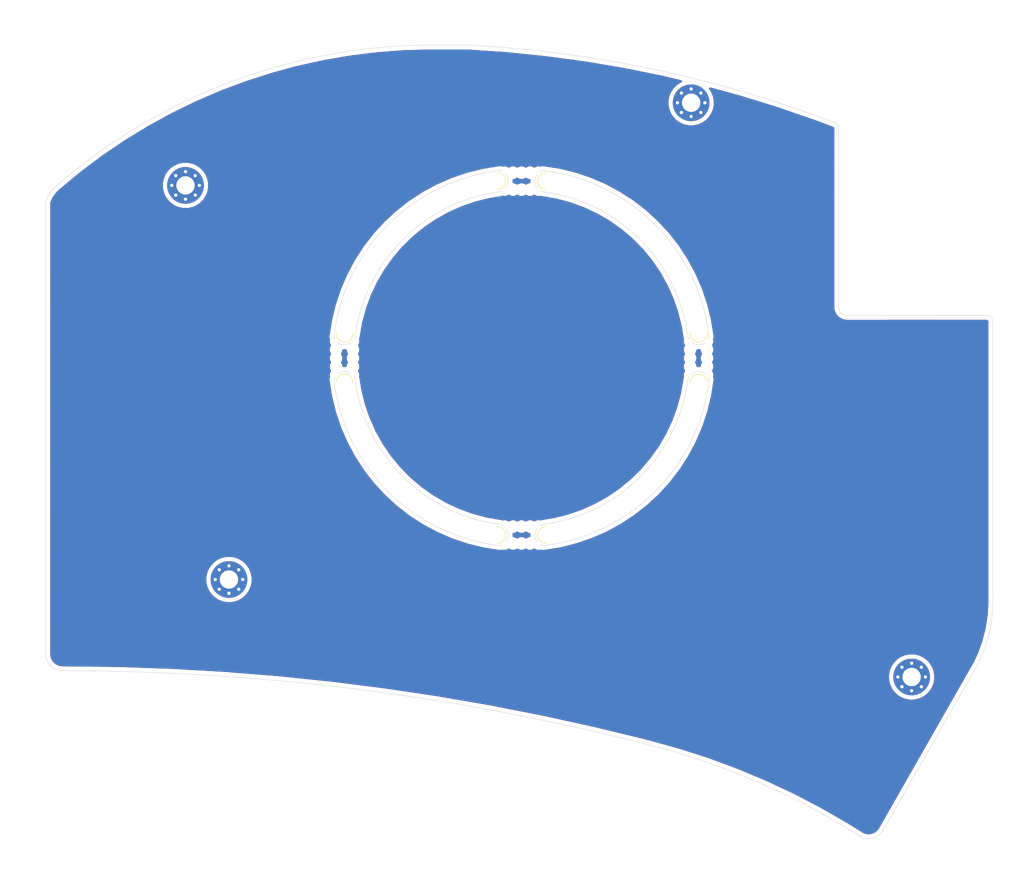
<source format=kicad_pcb>
(kicad_pcb (version 20171130) (host pcbnew "(5.1.4)-1")

  (general
    (thickness 1.6)
    (drawings 35)
    (tracks 0)
    (zones 0)
    (modules 8)
    (nets 1)
  )

  (page A4)
  (layers
    (0 F.Cu signal)
    (31 B.Cu signal)
    (32 B.Adhes user)
    (33 F.Adhes user)
    (34 B.Paste user)
    (35 F.Paste user)
    (36 B.SilkS user)
    (37 F.SilkS user)
    (38 B.Mask user)
    (39 F.Mask user)
    (40 Dwgs.User user)
    (41 Cmts.User user)
    (42 Eco1.User user)
    (43 Eco2.User user)
    (44 Edge.Cuts user)
    (45 Margin user)
    (46 B.CrtYd user)
    (47 F.CrtYd user)
    (48 B.Fab user)
    (49 F.Fab user)
  )

  (setup
    (last_trace_width 0.25)
    (trace_clearance 0.2)
    (zone_clearance 0.508)
    (zone_45_only no)
    (trace_min 0.2)
    (via_size 0.8)
    (via_drill 0.4)
    (via_min_size 0.4)
    (via_min_drill 0.3)
    (uvia_size 0.3)
    (uvia_drill 0.1)
    (uvias_allowed no)
    (uvia_min_size 0.2)
    (uvia_min_drill 0.1)
    (edge_width 0.05)
    (segment_width 0.2)
    (pcb_text_width 0.3)
    (pcb_text_size 1.5 1.5)
    (mod_edge_width 0.12)
    (mod_text_size 1 1)
    (mod_text_width 0.15)
    (pad_size 0.9 1.25)
    (pad_drill 0)
    (pad_to_mask_clearance 0)
    (aux_axis_origin 0 0)
    (grid_origin 92.202 87.249)
    (visible_elements 7FF9EFFF)
    (pcbplotparams
      (layerselection 0x010fc_ffffffff)
      (usegerberextensions false)
      (usegerberattributes true)
      (usegerberadvancedattributes true)
      (creategerberjobfile true)
      (excludeedgelayer true)
      (linewidth 0.100000)
      (plotframeref false)
      (viasonmask false)
      (mode 1)
      (useauxorigin false)
      (hpglpennumber 1)
      (hpglpenspeed 20)
      (hpglpendiameter 15.000000)
      (psnegative false)
      (psa4output false)
      (plotreference true)
      (plotvalue true)
      (plotinvisibletext false)
      (padsonsilk false)
      (subtractmaskfromsilk false)
      (outputformat 1)
      (mirror false)
      (drillshape 0)
      (scaleselection 1)
      (outputdirectory "sweep2gerber"))
  )

  (net 0 "")

  (net_class Default "This is the default net class."
    (clearance 0.2)
    (trace_width 0.25)
    (via_dia 0.8)
    (via_drill 0.4)
    (uvia_dia 0.3)
    (uvia_drill 0.1)
  )

  (module Duckyb-Parts:mouse-bite-5mm-slot-with-space-for-track (layer F.Cu) (tedit 6197D860) (tstamp 61E4492D)
    (at 113.665 86.995)
    (attr virtual)
    (fp_text reference mouse-bite-5mm-slot (at 0 -2) (layer F.SilkS) hide
      (effects (font (size 1 1) (thickness 0.2)))
    )
    (fp_text value "Mouse Bite 2" (at 0 0) (layer F.SilkS) hide
      (effects (font (size 1 1) (thickness 0.2)))
    )
    (fp_circle (center 0 -2.921) (end 0.06 -2.921) (layer Dwgs.User) (width 0.05))
    (fp_circle (center 0 2.921) (end 0.06 2.921) (layer Dwgs.User) (width 0.05))
    (fp_arc (start 0 2.921) (end -1 2.921) (angle 180) (layer F.SilkS) (width 0.1))
    (fp_arc (start 0 -2.921) (end 1 -2.921) (angle 180) (layer F.SilkS) (width 0.1))
    (fp_line (start -1.27 -2.54) (end 1.27 -2.54) (layer Dwgs.User) (width 0.06))
    (fp_line (start -1.27 2.54) (end 1.27 2.54) (layer Dwgs.User) (width 0.06))
    (fp_line (start 1.27 -2.54) (end 1.27 2.54) (layer Dwgs.User) (width 0.06))
    (fp_line (start -1.27 2.54) (end -1.27 -2.54) (layer Dwgs.User) (width 0.06))
    (pad "" np_thru_hole circle (at -1.016 -1.016) (size 0.5 0.5) (drill 0.5) (layers *.Cu *.Mask))
    (pad "" np_thru_hole circle (at -1.016 1.016) (size 0.5 0.5) (drill 0.5) (layers *.Cu *.Mask))
    (pad "" np_thru_hole circle (at 1.016 1.016) (size 0.5 0.5) (drill 0.5) (layers *.Cu *.Mask))
    (pad "" np_thru_hole circle (at 1.016 -1.016) (size 0.5 0.5) (drill 0.5) (layers *.Cu *.Mask))
    (pad "" np_thru_hole circle (at -1.016 -2.032) (size 0.5 0.5) (drill 0.5) (layers *.Cu *.Mask))
    (pad "" np_thru_hole circle (at 1.016 -2.032) (size 0.5 0.5) (drill 0.5) (layers *.Cu *.Mask))
    (pad "" np_thru_hole circle (at -1.016 2.032) (size 0.5 0.5) (drill 0.5) (layers *.Cu *.Mask))
    (pad "" np_thru_hole circle (at 1.016 2.032) (size 0.5 0.5) (drill 0.5) (layers *.Cu *.Mask))
    (pad "" np_thru_hole circle (at -1.016 0) (size 0.5 0.5) (drill 0.5) (layers *.Cu *.Mask))
    (pad "" np_thru_hole circle (at 1.016 0) (size 0.5 0.5) (drill 0.5) (layers *.Cu *.Mask))
  )

  (module Duckyb-Parts:mouse-bite-5mm-slot-with-space-for-track (layer F.Cu) (tedit 6197D860) (tstamp 61E4492D)
    (at 92.456 108.204 270)
    (attr virtual)
    (fp_text reference mouse-bite-5mm-slot (at 0 -2 90) (layer F.SilkS) hide
      (effects (font (size 1 1) (thickness 0.2)))
    )
    (fp_text value "Mouse Bite 3" (at 0 0 90) (layer F.SilkS) hide
      (effects (font (size 1 1) (thickness 0.2)))
    )
    (fp_circle (center 0 -2.921) (end 0.06 -2.921) (layer Dwgs.User) (width 0.05))
    (fp_circle (center 0 2.921) (end 0.06 2.921) (layer Dwgs.User) (width 0.05))
    (fp_arc (start 0 2.921) (end -1 2.921) (angle 180) (layer F.SilkS) (width 0.1))
    (fp_arc (start 0 -2.921) (end 1 -2.921) (angle 180) (layer F.SilkS) (width 0.1))
    (fp_line (start -1.27 -2.54) (end 1.27 -2.54) (layer Dwgs.User) (width 0.06))
    (fp_line (start -1.27 2.54) (end 1.27 2.54) (layer Dwgs.User) (width 0.06))
    (fp_line (start 1.27 -2.54) (end 1.27 2.54) (layer Dwgs.User) (width 0.06))
    (fp_line (start -1.27 2.54) (end -1.27 -2.54) (layer Dwgs.User) (width 0.06))
    (pad "" np_thru_hole circle (at -1.016 -1.016 270) (size 0.5 0.5) (drill 0.5) (layers *.Cu *.Mask))
    (pad "" np_thru_hole circle (at -1.016 1.016 270) (size 0.5 0.5) (drill 0.5) (layers *.Cu *.Mask))
    (pad "" np_thru_hole circle (at 1.016 1.016 270) (size 0.5 0.5) (drill 0.5) (layers *.Cu *.Mask))
    (pad "" np_thru_hole circle (at 1.016 -1.016 270) (size 0.5 0.5) (drill 0.5) (layers *.Cu *.Mask))
    (pad "" np_thru_hole circle (at -1.016 -2.032 270) (size 0.5 0.5) (drill 0.5) (layers *.Cu *.Mask))
    (pad "" np_thru_hole circle (at 1.016 -2.032 270) (size 0.5 0.5) (drill 0.5) (layers *.Cu *.Mask))
    (pad "" np_thru_hole circle (at -1.016 2.032 270) (size 0.5 0.5) (drill 0.5) (layers *.Cu *.Mask))
    (pad "" np_thru_hole circle (at 1.016 2.032 270) (size 0.5 0.5) (drill 0.5) (layers *.Cu *.Mask))
    (pad "" np_thru_hole circle (at -1.016 0 270) (size 0.5 0.5) (drill 0.5) (layers *.Cu *.Mask))
    (pad "" np_thru_hole circle (at 1.016 0 270) (size 0.5 0.5) (drill 0.5) (layers *.Cu *.Mask))
  )

  (module Duckyb-Parts:mouse-bite-5mm-slot-with-space-for-track (layer F.Cu) (tedit 6197D860) (tstamp 61E4492D)
    (at 71.247 86.995 180)
    (attr virtual)
    (fp_text reference mouse-bite-5mm-slot (at 0 -2) (layer F.SilkS) hide
      (effects (font (size 1 1) (thickness 0.2)))
    )
    (fp_text value "Mouse Bite 4" (at 0 0) (layer F.SilkS) hide
      (effects (font (size 1 1) (thickness 0.2)))
    )
    (fp_circle (center 0 -2.921) (end 0.06 -2.921) (layer Dwgs.User) (width 0.05))
    (fp_circle (center 0 2.921) (end 0.06 2.921) (layer Dwgs.User) (width 0.05))
    (fp_arc (start 0 2.921) (end -1 2.921) (angle 180) (layer F.SilkS) (width 0.1))
    (fp_arc (start 0 -2.921) (end 1 -2.921) (angle 180) (layer F.SilkS) (width 0.1))
    (fp_line (start -1.27 -2.54) (end 1.27 -2.54) (layer Dwgs.User) (width 0.06))
    (fp_line (start -1.27 2.54) (end 1.27 2.54) (layer Dwgs.User) (width 0.06))
    (fp_line (start 1.27 -2.54) (end 1.27 2.54) (layer Dwgs.User) (width 0.06))
    (fp_line (start -1.27 2.54) (end -1.27 -2.54) (layer Dwgs.User) (width 0.06))
    (pad "" np_thru_hole circle (at -1.016 -1.016 180) (size 0.5 0.5) (drill 0.5) (layers *.Cu *.Mask))
    (pad "" np_thru_hole circle (at -1.016 1.016 180) (size 0.5 0.5) (drill 0.5) (layers *.Cu *.Mask))
    (pad "" np_thru_hole circle (at 1.016 1.016 180) (size 0.5 0.5) (drill 0.5) (layers *.Cu *.Mask))
    (pad "" np_thru_hole circle (at 1.016 -1.016 180) (size 0.5 0.5) (drill 0.5) (layers *.Cu *.Mask))
    (pad "" np_thru_hole circle (at -1.016 -2.032 180) (size 0.5 0.5) (drill 0.5) (layers *.Cu *.Mask))
    (pad "" np_thru_hole circle (at 1.016 -2.032 180) (size 0.5 0.5) (drill 0.5) (layers *.Cu *.Mask))
    (pad "" np_thru_hole circle (at -1.016 2.032 180) (size 0.5 0.5) (drill 0.5) (layers *.Cu *.Mask))
    (pad "" np_thru_hole circle (at 1.016 2.032 180) (size 0.5 0.5) (drill 0.5) (layers *.Cu *.Mask))
    (pad "" np_thru_hole circle (at -1.016 0 180) (size 0.5 0.5) (drill 0.5) (layers *.Cu *.Mask))
    (pad "" np_thru_hole circle (at 1.016 0 180) (size 0.5 0.5) (drill 0.5) (layers *.Cu *.Mask))
  )

  (module Duckyb-Parts:mouse-bite-5mm-slot-with-space-for-track (layer F.Cu) (tedit 6197D860) (tstamp 61E49E39)
    (at 92.456 65.786 90)
    (attr virtual)
    (fp_text reference mouse-bite-5mm-slot (at 0 -2 90) (layer F.SilkS) hide
      (effects (font (size 1 1) (thickness 0.2)))
    )
    (fp_text value "Mouse Bite 1" (at 0 0 90) (layer F.SilkS) hide
      (effects (font (size 1 1) (thickness 0.2)))
    )
    (fp_line (start -1.27 2.54) (end -1.27 -2.54) (layer Dwgs.User) (width 0.06))
    (fp_line (start 1.27 -2.54) (end 1.27 2.54) (layer Dwgs.User) (width 0.06))
    (fp_line (start -1.27 2.54) (end 1.27 2.54) (layer Dwgs.User) (width 0.06))
    (fp_line (start -1.27 -2.54) (end 1.27 -2.54) (layer Dwgs.User) (width 0.06))
    (fp_arc (start 0 -2.921) (end 1 -2.921) (angle 180) (layer F.SilkS) (width 0.1))
    (fp_arc (start 0 2.921) (end -1 2.921) (angle 180) (layer F.SilkS) (width 0.1))
    (fp_circle (center 0 2.921) (end 0.06 2.921) (layer Dwgs.User) (width 0.05))
    (fp_circle (center 0 -2.921) (end 0.06 -2.921) (layer Dwgs.User) (width 0.05))
    (pad "" np_thru_hole circle (at 1.016 0 90) (size 0.5 0.5) (drill 0.5) (layers *.Cu *.Mask))
    (pad "" np_thru_hole circle (at -1.016 0 90) (size 0.5 0.5) (drill 0.5) (layers *.Cu *.Mask))
    (pad "" np_thru_hole circle (at 1.016 2.032 90) (size 0.5 0.5) (drill 0.5) (layers *.Cu *.Mask))
    (pad "" np_thru_hole circle (at -1.016 2.032 90) (size 0.5 0.5) (drill 0.5) (layers *.Cu *.Mask))
    (pad "" np_thru_hole circle (at 1.016 -2.032 90) (size 0.5 0.5) (drill 0.5) (layers *.Cu *.Mask))
    (pad "" np_thru_hole circle (at -1.016 -2.032 90) (size 0.5 0.5) (drill 0.5) (layers *.Cu *.Mask))
    (pad "" np_thru_hole circle (at 1.016 -1.016 90) (size 0.5 0.5) (drill 0.5) (layers *.Cu *.Mask))
    (pad "" np_thru_hole circle (at 1.016 1.016 90) (size 0.5 0.5) (drill 0.5) (layers *.Cu *.Mask))
    (pad "" np_thru_hole circle (at -1.016 1.016 90) (size 0.5 0.5) (drill 0.5) (layers *.Cu *.Mask))
    (pad "" np_thru_hole circle (at -1.016 -1.016 90) (size 0.5 0.5) (drill 0.5) (layers *.Cu *.Mask))
  )

  (module MountingHole:MountingHole_2.2mm_M2_Pad_Via (layer F.Cu) (tedit 56DDB9C7) (tstamp 61E62E14)
    (at 57.404 113.538)
    (descr "Mounting Hole 2.2mm, M2")
    (tags "mounting hole 2.2mm m2")
    (attr virtual)
    (fp_text reference "Mounting 03" (at 0 -4.2) (layer F.SilkS) hide
      (effects (font (size 1 1) (thickness 0.15)))
    )
    (fp_text value MountingHole_2.2mm_M2_Pad_Via (at 0 4.2) (layer F.Fab)
      (effects (font (size 1 1) (thickness 0.15)))
    )
    (fp_circle (center 0 0) (end 2.45 0) (layer F.CrtYd) (width 0.05))
    (fp_circle (center 0 0) (end 2.2 0) (layer Cmts.User) (width 0.15))
    (fp_text user %R (at 0.3 0) (layer F.Fab)
      (effects (font (size 1 1) (thickness 0.15)))
    )
    (pad 1 thru_hole circle (at 1.166726 -1.166726) (size 0.7 0.7) (drill 0.4) (layers *.Cu *.Mask))
    (pad 1 thru_hole circle (at 0 -1.65) (size 0.7 0.7) (drill 0.4) (layers *.Cu *.Mask))
    (pad 1 thru_hole circle (at -1.166726 -1.166726) (size 0.7 0.7) (drill 0.4) (layers *.Cu *.Mask))
    (pad 1 thru_hole circle (at -1.65 0) (size 0.7 0.7) (drill 0.4) (layers *.Cu *.Mask))
    (pad 1 thru_hole circle (at -1.166726 1.166726) (size 0.7 0.7) (drill 0.4) (layers *.Cu *.Mask))
    (pad 1 thru_hole circle (at 0 1.65) (size 0.7 0.7) (drill 0.4) (layers *.Cu *.Mask))
    (pad 1 thru_hole circle (at 1.166726 1.166726) (size 0.7 0.7) (drill 0.4) (layers *.Cu *.Mask))
    (pad 1 thru_hole circle (at 1.65 0) (size 0.7 0.7) (drill 0.4) (layers *.Cu *.Mask))
    (pad 1 thru_hole circle (at 0 0) (size 4.4 4.4) (drill 2.2) (layers *.Cu *.Mask))
  )

  (module MountingHole:MountingHole_2.2mm_M2_Pad_Via (layer F.Cu) (tedit 56DDB9C7) (tstamp 61E62E14)
    (at 139.192 125.222)
    (descr "Mounting Hole 2.2mm, M2")
    (tags "mounting hole 2.2mm m2")
    (attr virtual)
    (fp_text reference "Mounting 02" (at 0 -4.2) (layer F.SilkS) hide
      (effects (font (size 1 1) (thickness 0.15)))
    )
    (fp_text value MountingHole_2.2mm_M2_Pad_Via (at 0 4.2) (layer F.Fab)
      (effects (font (size 1 1) (thickness 0.15)))
    )
    (fp_circle (center 0 0) (end 2.45 0) (layer F.CrtYd) (width 0.05))
    (fp_circle (center 0 0) (end 2.2 0) (layer Cmts.User) (width 0.15))
    (fp_text user %R (at 0.3 0) (layer F.Fab)
      (effects (font (size 1 1) (thickness 0.15)))
    )
    (pad 1 thru_hole circle (at 1.166726 -1.166726) (size 0.7 0.7) (drill 0.4) (layers *.Cu *.Mask))
    (pad 1 thru_hole circle (at 0 -1.65) (size 0.7 0.7) (drill 0.4) (layers *.Cu *.Mask))
    (pad 1 thru_hole circle (at -1.166726 -1.166726) (size 0.7 0.7) (drill 0.4) (layers *.Cu *.Mask))
    (pad 1 thru_hole circle (at -1.65 0) (size 0.7 0.7) (drill 0.4) (layers *.Cu *.Mask))
    (pad 1 thru_hole circle (at -1.166726 1.166726) (size 0.7 0.7) (drill 0.4) (layers *.Cu *.Mask))
    (pad 1 thru_hole circle (at 0 1.65) (size 0.7 0.7) (drill 0.4) (layers *.Cu *.Mask))
    (pad 1 thru_hole circle (at 1.166726 1.166726) (size 0.7 0.7) (drill 0.4) (layers *.Cu *.Mask))
    (pad 1 thru_hole circle (at 1.65 0) (size 0.7 0.7) (drill 0.4) (layers *.Cu *.Mask))
    (pad 1 thru_hole circle (at 0 0) (size 4.4 4.4) (drill 2.2) (layers *.Cu *.Mask))
  )

  (module MountingHole:MountingHole_2.2mm_M2_Pad_Via (layer F.Cu) (tedit 56DDB9C7) (tstamp 61E62E14)
    (at 112.776 56.388)
    (descr "Mounting Hole 2.2mm, M2")
    (tags "mounting hole 2.2mm m2")
    (attr virtual)
    (fp_text reference "Mounting 01" (at 0 -4.2) (layer F.SilkS) hide
      (effects (font (size 1 1) (thickness 0.15)))
    )
    (fp_text value MountingHole_2.2mm_M2_Pad_Via (at 0 4.2) (layer F.Fab)
      (effects (font (size 1 1) (thickness 0.15)))
    )
    (fp_circle (center 0 0) (end 2.45 0) (layer F.CrtYd) (width 0.05))
    (fp_circle (center 0 0) (end 2.2 0) (layer Cmts.User) (width 0.15))
    (fp_text user %R (at 0.3 0) (layer F.Fab)
      (effects (font (size 1 1) (thickness 0.15)))
    )
    (pad 1 thru_hole circle (at 1.166726 -1.166726) (size 0.7 0.7) (drill 0.4) (layers *.Cu *.Mask))
    (pad 1 thru_hole circle (at 0 -1.65) (size 0.7 0.7) (drill 0.4) (layers *.Cu *.Mask))
    (pad 1 thru_hole circle (at -1.166726 -1.166726) (size 0.7 0.7) (drill 0.4) (layers *.Cu *.Mask))
    (pad 1 thru_hole circle (at -1.65 0) (size 0.7 0.7) (drill 0.4) (layers *.Cu *.Mask))
    (pad 1 thru_hole circle (at -1.166726 1.166726) (size 0.7 0.7) (drill 0.4) (layers *.Cu *.Mask))
    (pad 1 thru_hole circle (at 0 1.65) (size 0.7 0.7) (drill 0.4) (layers *.Cu *.Mask))
    (pad 1 thru_hole circle (at 1.166726 1.166726) (size 0.7 0.7) (drill 0.4) (layers *.Cu *.Mask))
    (pad 1 thru_hole circle (at 1.65 0) (size 0.7 0.7) (drill 0.4) (layers *.Cu *.Mask))
    (pad 1 thru_hole circle (at 0 0) (size 4.4 4.4) (drill 2.2) (layers *.Cu *.Mask))
  )

  (module MountingHole:MountingHole_2.2mm_M2_Pad_Via (layer F.Cu) (tedit 56DDB9C7) (tstamp 61E62DF2)
    (at 52.197 66.294)
    (descr "Mounting Hole 2.2mm, M2")
    (tags "mounting hole 2.2mm m2")
    (attr virtual)
    (fp_text reference "Mounting 04" (at 0 -4.2) (layer F.SilkS) hide
      (effects (font (size 1 1) (thickness 0.15)))
    )
    (fp_text value MountingHole_2.2mm_M2_Pad_Via (at 0 4.2) (layer F.Fab)
      (effects (font (size 1 1) (thickness 0.15)))
    )
    (fp_circle (center 0 0) (end 2.45 0) (layer F.CrtYd) (width 0.05))
    (fp_circle (center 0 0) (end 2.2 0) (layer Cmts.User) (width 0.15))
    (fp_text user %R (at 0.3 0) (layer F.Fab)
      (effects (font (size 1 1) (thickness 0.15)))
    )
    (pad 1 thru_hole circle (at 1.166726 -1.166726) (size 0.7 0.7) (drill 0.4) (layers *.Cu *.Mask))
    (pad 1 thru_hole circle (at 0 -1.65) (size 0.7 0.7) (drill 0.4) (layers *.Cu *.Mask))
    (pad 1 thru_hole circle (at -1.166726 -1.166726) (size 0.7 0.7) (drill 0.4) (layers *.Cu *.Mask))
    (pad 1 thru_hole circle (at -1.65 0) (size 0.7 0.7) (drill 0.4) (layers *.Cu *.Mask))
    (pad 1 thru_hole circle (at -1.166726 1.166726) (size 0.7 0.7) (drill 0.4) (layers *.Cu *.Mask))
    (pad 1 thru_hole circle (at 0 1.65) (size 0.7 0.7) (drill 0.4) (layers *.Cu *.Mask))
    (pad 1 thru_hole circle (at 1.166726 1.166726) (size 0.7 0.7) (drill 0.4) (layers *.Cu *.Mask))
    (pad 1 thru_hole circle (at 1.65 0) (size 0.7 0.7) (drill 0.4) (layers *.Cu *.Mask))
    (pad 1 thru_hole circle (at 0 0) (size 4.4 4.4) (drill 2.2) (layers *.Cu *.Mask))
  )

  (gr_arc (start 95.377 108.204) (end 94.996 106.934) (angle -146.6014288) (layer Edge.Cuts) (width 0.05) (tstamp 61E44B0B))
  (gr_arc (start 92.456 86.995) (end 94.995999 109.473999) (angle -77.10648924) (layer Edge.Cuts) (width 0.05) (tstamp 61E44B0A))
  (gr_arc (start 113.665 89.916) (end 114.934998 89.535002) (angle -146.6015943) (layer Edge.Cuts) (width 0.05) (tstamp 61E44B09))
  (gr_arc (start 92.456 86.995) (end 94.995999 106.933999) (angle -75.48055191) (layer Edge.Cuts) (width 0.05) (tstamp 61E44B08))
  (gr_arc (start 71.247 89.916) (end 72.517 89.535) (angle -146.6014288) (layer Edge.Cuts) (width 0.05) (tstamp 61E44B0B))
  (gr_arc (start 92.456 86.995) (end 69.977001 89.534999) (angle -77.10648924) (layer Edge.Cuts) (width 0.05) (tstamp 61E44B0A))
  (gr_arc (start 89.535 108.204) (end 89.915998 109.473998) (angle -146.6015943) (layer Edge.Cuts) (width 0.05) (tstamp 61E44B09))
  (gr_arc (start 92.456 86.995) (end 72.517001 89.534999) (angle -75.48055191) (layer Edge.Cuts) (width 0.05) (tstamp 61E44B08))
  (gr_arc (start 89.535 65.786) (end 89.916 67.056) (angle -146.6014288) (layer Edge.Cuts) (width 0.05) (tstamp 61E44B0B))
  (gr_arc (start 92.456 86.995) (end 89.916001 64.516001) (angle -77.10648924) (layer Edge.Cuts) (width 0.05) (tstamp 61E44B0A))
  (gr_arc (start 71.247 84.074) (end 69.977002 84.454998) (angle -146.6015943) (layer Edge.Cuts) (width 0.05) (tstamp 61E44B09))
  (gr_arc (start 92.456 86.995) (end 89.916001 67.056001) (angle -75.48055191) (layer Edge.Cuts) (width 0.05) (tstamp 61E44B08))
  (gr_arc (start 113.665 84.074) (end 112.395 84.455) (angle -146.6014288) (layer Edge.Cuts) (width 0.05))
  (gr_arc (start 95.377 65.786) (end 94.996002 64.516002) (angle -146.6015943) (layer Edge.Cuts) (width 0.05))
  (gr_arc (start 92.456 86.995) (end 112.394999 84.455001) (angle -75.48055191) (layer Edge.Cuts) (width 0.05))
  (gr_arc (start 92.456 86.995) (end 114.934999 84.455001) (angle -77.10648924) (layer Edge.Cuts) (width 0.05))
  (gr_arc (start 81.868 118.198) (end 81.868 49.468) (angle -40.87028694) (layer Edge.Cuts) (width 0.05) (tstamp 61005D9D))
  (gr_line (start 85.843124 49.465561) (end 81.868 49.468) (layer Edge.Cuts) (width 0.05) (tstamp 61005D9C))
  (gr_line (start 35.465859 68.23732) (end 35.458001 122.542999) (layer Edge.Cuts) (width 0.05) (tstamp 61005D9B))
  (gr_arc (start 129.713 59.473) (end 130.463 59.473) (angle -65.14479855) (layer Edge.Cuts) (width 0.05) (tstamp 61005D98))
  (gr_arc (start 37.458 122.473) (end 35.458001 122.542999) (angle -88.99765458) (layer Edge.Cuts) (width 0.05) (tstamp 61005D96))
  (gr_arc (start 37.488 406.408) (end 107.798171 133.38233) (angle -14.38425514) (layer Edge.Cuts) (width 0.05) (tstamp 61005D95))
  (gr_line (start 37.768 124.474571) (end 37.493002 124.473917) (layer Edge.Cuts) (width 0.05) (tstamp 61005D93))
  (gr_arc (start 78.550642 193.305354) (end 130.028245 58.79247) (angle -18.03933832) (layer Edge.Cuts) (width 0.05) (tstamp 61005D92))
  (gr_arc (start 39.338 69.468) (end 36.893 66.223) (angle -35.37139642) (layer Edge.Cuts) (width 0.05) (tstamp 61005D91))
  (gr_line (start 130.458 80.868917) (end 130.463 59.473) (layer Edge.Cuts) (width 0.05) (tstamp 61005D8F))
  (gr_arc (start 134.048 142.648) (end 132.978 144.298) (angle -90.64821197) (layer Edge.Cuts) (width 0.05) (tstamp 61005D97))
  (gr_arc (start 86.248 217.608) (end 132.978 144.298) (angle -18.16273367) (layer Edge.Cuts) (width 0.05) (tstamp 61005D94))
  (gr_arc (start 131.458 80.868917) (end 131.458 81.868917) (angle 90) (layer Edge.Cuts) (width 0.05) (tstamp 61005D86))
  (gr_line (start 148.912 113.7285) (end 148.924 116.248) (layer Edge.Cuts) (width 0.05) (tstamp 608DF092))
  (gr_line (start 148.912 82.616) (end 148.912 113.7285) (layer Edge.Cuts) (width 0.05) (tstamp 608AB3DA))
  (gr_arc (start 132.105827 116.117708) (end 147.161679 123.613657) (angle -26.02374958) (layer Edge.Cuts) (width 0.05) (tstamp 608AAEBE))
  (gr_line (start 147.161679 123.613657) (end 135.71 143.699265) (layer Edge.Cuts) (width 0.05) (tstamp 608AAEBD))
  (gr_line (start 131.458 81.868917) (end 148.162 81.866) (layer Edge.Cuts) (width 0.05) (tstamp 608AAEBB))
  (gr_arc (start 148.162 82.616) (end 148.912 82.616) (angle -90) (layer Edge.Cuts) (width 0.05) (tstamp 608AAEAF))

  (zone (net 0) (net_name "") (layer F.Cu) (tstamp 61E6EFB0) (hatch edge 0.508)
    (connect_pads (clearance 0.508))
    (min_thickness 0.254)
    (fill yes (arc_segments 32) (thermal_gap 0.508) (thermal_bridge_width 0.508))
    (polygon
      (pts
        (xy 30.099 44.069) (xy 152.654 44.069) (xy 152.654 151.003) (xy 30.099 151.003)
      )
    )
    (filled_polygon
      (pts
        (xy 90.553051 50.442146) (xy 95.283135 50.918635) (xy 99.994758 51.551681) (xy 104.682844 52.3406) (xy 109.342204 53.28452)
        (xy 111.578689 53.815361) (xy 111.433124 53.875656) (xy 110.968793 54.185912) (xy 110.573912 54.580793) (xy 110.263656 55.045124)
        (xy 110.049948 55.561061) (xy 109.941 56.108777) (xy 109.941 56.667223) (xy 110.049948 57.214939) (xy 110.263656 57.730876)
        (xy 110.573912 58.195207) (xy 110.968793 58.590088) (xy 111.433124 58.900344) (xy 111.949061 59.114052) (xy 112.496777 59.223)
        (xy 113.055223 59.223) (xy 113.602939 59.114052) (xy 114.118876 58.900344) (xy 114.583207 58.590088) (xy 114.978088 58.195207)
        (xy 115.288344 57.730876) (xy 115.502052 57.214939) (xy 115.611 56.667223) (xy 115.611 56.108777) (xy 115.502052 55.561061)
        (xy 115.288344 55.045124) (xy 115.041098 54.675094) (xy 118.554228 55.633036) (xy 123.09678 57.035051) (xy 127.592964 58.587806)
        (xy 129.743403 59.390624) (xy 129.76411 59.402799) (xy 129.77677 59.414061) (xy 129.787004 59.427571) (xy 129.794418 59.442809)
        (xy 129.800251 59.464972) (xy 129.802994 59.499278) (xy 129.797993 80.901181) (xy 129.800783 80.929577) (xy 129.80074 80.935718)
        (xy 129.80164 80.944889) (xy 129.822041 81.138986) (xy 129.834068 81.197575) (xy 129.845277 81.25634) (xy 129.847941 81.265162)
        (xy 129.905653 81.4516) (xy 129.928838 81.506755) (xy 129.951242 81.562208) (xy 129.955568 81.570344) (xy 130.048393 81.742021)
        (xy 130.081846 81.791616) (xy 130.1146 81.84167) (xy 130.120424 81.848811) (xy 130.244828 81.999189) (xy 130.287263 82.041328)
        (xy 130.329126 82.084078) (xy 130.336227 82.089951) (xy 130.487469 82.213301) (xy 130.537277 82.246394) (xy 130.586651 82.280201)
        (xy 130.594757 82.284584) (xy 130.76708 82.376209) (xy 130.822392 82.399007) (xy 130.877366 82.422569) (xy 130.886169 82.425294)
        (xy 131.073006 82.481703) (xy 131.131686 82.493322) (xy 131.190196 82.505759) (xy 131.199361 82.506722) (xy 131.393594 82.525767)
        (xy 131.393606 82.525767) (xy 131.425697 82.528922) (xy 148.129774 82.526005) (xy 148.178867 82.530819) (xy 148.195092 82.535718)
        (xy 148.210053 82.543672) (xy 148.223189 82.554386) (xy 148.233988 82.567441) (xy 148.242049 82.582349) (xy 148.247062 82.598541)
        (xy 148.252 82.645525) (xy 148.252001 113.697656) (xy 148.251854 113.699225) (xy 148.252001 113.730091) (xy 148.252001 113.760919)
        (xy 148.252155 113.762485) (xy 148.263911 116.230888) (xy 148.173904 117.818967) (xy 147.931203 119.378818) (xy 147.537445 120.907544)
        (xy 146.994435 122.395907) (xy 146.573955 123.311958) (xy 135.160151 143.331138) (xy 134.993229 143.545446) (xy 134.800911 143.711951)
        (xy 134.579917 143.83793) (xy 134.338664 143.918583) (xy 134.086333 143.950842) (xy 133.832548 143.933476) (xy 133.586967 143.867146)
        (xy 133.332598 143.741349) (xy 133.332039 143.740993) (xy 133.331132 143.740534) (xy 133.326117 143.737273) (xy 131.569446 142.646677)
        (xy 131.560086 142.641134) (xy 131.550849 142.635551) (xy 128.395847 140.817538) (xy 128.395827 140.817526) (xy 128.371591 140.804228)
        (xy 125.143205 139.119916) (xy 125.118433 139.107646) (xy 121.822347 137.560001) (xy 121.797084 137.548778) (xy 121.797067 137.548771)
        (xy 118.43908 136.140518) (xy 118.413368 136.130363) (xy 114.999338 134.863956) (xy 114.973224 134.854887) (xy 111.509159 133.732556)
        (xy 111.482688 133.724588) (xy 111.482676 133.724585) (xy 108.021937 132.761458) (xy 108.011946 132.75791) (xy 107.997724 132.753221)
        (xy 107.9834 132.748855) (xy 107.96898 132.744816) (xy 107.962295 132.743062) (xy 107.560728 132.639964) (xy 107.560198 132.639834)
        (xy 107.559699 132.639701) (xy 107.552993 132.638028) (xy 101.338436 131.122289) (xy 101.334523 131.121381) (xy 101.330591 131.120426)
        (xy 101.323849 131.118906) (xy 95.076503 129.744549) (xy 95.072513 129.743719) (xy 95.068617 129.742865) (xy 95.061842 129.741498)
        (xy 88.784925 128.50923) (xy 88.780952 128.508497) (xy 88.777003 128.507725) (xy 88.770199 128.506512) (xy 82.466939 127.416968)
        (xy 82.462967 127.416328) (xy 82.458985 127.415643) (xy 82.452155 127.414585) (xy 76.125799 126.468325) (xy 76.121778 126.46777)
        (xy 76.117817 126.467181) (xy 76.110965 126.466278) (xy 69.764769 125.663791) (xy 69.76078 125.663333) (xy 69.756763 125.662828)
        (xy 69.749892 125.662081) (xy 63.387124 125.003778) (xy 63.383108 125.003408) (xy 63.379099 125.002997) (xy 63.372213 125.002406)
        (xy 62.632211 124.942777) (xy 136.357 124.942777) (xy 136.357 125.501223) (xy 136.465948 126.048939) (xy 136.679656 126.564876)
        (xy 136.989912 127.029207) (xy 137.384793 127.424088) (xy 137.849124 127.734344) (xy 138.365061 127.948052) (xy 138.912777 128.057)
        (xy 139.471223 128.057) (xy 140.018939 127.948052) (xy 140.534876 127.734344) (xy 140.999207 127.424088) (xy 141.394088 127.029207)
        (xy 141.704344 126.564876) (xy 141.918052 126.048939) (xy 142.027 125.501223) (xy 142.027 124.942777) (xy 141.918052 124.395061)
        (xy 141.704344 123.879124) (xy 141.394088 123.414793) (xy 140.999207 123.019912) (xy 140.534876 122.709656) (xy 140.018939 122.495948)
        (xy 139.471223 122.387) (xy 138.912777 122.387) (xy 138.365061 122.495948) (xy 137.849124 122.709656) (xy 137.384793 123.019912)
        (xy 136.989912 123.414793) (xy 136.679656 123.879124) (xy 136.465948 124.395061) (xy 136.357 124.942777) (xy 62.632211 124.942777)
        (xy 56.996147 124.488626) (xy 56.992071 124.488344) (xy 56.988105 124.488028) (xy 56.981207 124.487593) (xy 50.595127 124.118602)
        (xy 50.5911 124.118415) (xy 50.587074 124.118186) (xy 50.580168 124.117908) (xy 44.187359 123.893895) (xy 44.183383 123.893801)
        (xy 44.179299 123.893661) (xy 44.172389 123.89354) (xy 37.805261 123.81498) (xy 37.801988 123.81465) (xy 37.520284 123.81398)
        (xy 37.221101 123.78992) (xy 36.969821 123.718825) (xy 36.737135 123.600277) (xy 36.531907 123.43879) (xy 36.361956 123.240521)
        (xy 36.233752 123.013015) (xy 36.15163 122.763271) (xy 36.118007 122.500926) (xy 36.119344 113.258777) (xy 54.569 113.258777)
        (xy 54.569 113.817223) (xy 54.677948 114.364939) (xy 54.891656 114.880876) (xy 55.201912 115.345207) (xy 55.596793 115.740088)
        (xy 56.061124 116.050344) (xy 56.577061 116.264052) (xy 57.124777 116.373) (xy 57.683223 116.373) (xy 58.230939 116.264052)
        (xy 58.746876 116.050344) (xy 59.211207 115.740088) (xy 59.606088 115.345207) (xy 59.916344 114.880876) (xy 60.130052 114.364939)
        (xy 60.239 113.817223) (xy 60.239 113.258777) (xy 60.130052 112.711061) (xy 59.916344 112.195124) (xy 59.606088 111.730793)
        (xy 59.211207 111.335912) (xy 58.746876 111.025656) (xy 58.230939 110.811948) (xy 57.683223 110.703) (xy 57.124777 110.703)
        (xy 56.577061 110.811948) (xy 56.061124 111.025656) (xy 55.596793 111.335912) (xy 55.201912 111.730793) (xy 54.891656 112.195124)
        (xy 54.677948 112.711061) (xy 54.569 113.258777) (xy 36.119344 113.258777) (xy 36.122776 89.536156) (xy 69.317003 89.536156)
        (xy 69.317423 89.540361) (xy 69.318773 89.583333) (xy 69.321375 89.610854) (xy 69.335283 89.731063) (xy 69.33542 89.731929)
        (xy 69.335488 89.73282) (xy 69.339313 89.760198) (xy 69.640702 91.630698) (xy 69.64347 91.644237) (xy 69.64567 91.657892)
        (xy 69.651773 91.684854) (xy 70.108624 93.523575) (xy 70.112516 93.536839) (xy 70.11585 93.550257) (xy 70.124187 93.576614)
        (xy 70.733296 95.370658) (xy 70.738286 95.383555) (xy 70.74273 95.396643) (xy 70.753243 95.42221) (xy 71.510338 97.158993)
        (xy 71.516391 97.171429) (xy 71.521913 97.184096) (xy 71.534529 97.208694) (xy 72.434298 98.876034) (xy 72.441363 98.887908)
        (xy 72.447933 98.900082) (xy 72.462563 98.923537) (xy 73.498697 100.509739) (xy 73.506732 100.520981) (xy 73.514296 100.532561)
        (xy 73.530837 100.55471) (xy 74.696067 102.048647) (xy 74.70501 102.059173) (xy 74.713521 102.070084) (xy 74.731858 102.090771)
        (xy 76.018011 103.481964) (xy 76.027801 103.491702) (xy 76.037197 103.501865) (xy 76.057201 103.520945) (xy 77.455254 104.799638)
        (xy 77.465835 104.808532) (xy 77.476039 104.817864) (xy 77.497545 104.835184) (xy 77.497568 104.835203) (xy 77.49758 104.835211)
        (xy 78.997718 105.992425) (xy 79.009012 106.000406) (xy 79.019955 106.008847) (xy 79.04286 106.024324) (xy 80.634581 107.051958)
        (xy 80.646498 107.058963) (xy 80.658114 107.066462) (xy 80.682234 107.079968) (xy 82.354363 107.970806) (xy 82.366811 107.976782)
        (xy 82.379028 107.983291) (xy 82.404194 107.994731) (xy 84.145002 108.742524) (xy 84.157924 108.747445) (xy 84.170624 108.7529)
        (xy 84.196659 108.762195) (xy 85.993936 109.361699) (xy 86.007218 109.365519) (xy 86.020337 109.369895) (xy 86.047058 109.376978)
        (xy 87.888196 109.823987) (xy 87.901756 109.826684) (xy 87.91519 109.829945) (xy 87.94241 109.834768) (xy 89.814496 110.126147)
        (xy 89.840919 110.129132) (xy 89.847006 110.130382) (xy 89.852305 110.130419) (xy 89.869422 110.132353) (xy 89.924675 110.133942)
        (xy 89.973274 110.131264) (xy 89.975813 110.131282) (xy 89.976975 110.13106) (xy 89.979867 110.130901) (xy 90.034612 110.123253)
        (xy 90.088524 110.111051) (xy 90.098633 110.107853) (xy 90.102341 110.107146) (xy 90.111163 110.104482) (xy 90.133305 110.097628)
        (xy 90.140441 110.094628) (xy 90.141226 110.09438) (xy 90.163958 110.085032) (xy 90.19072 110.076901) (xy 90.192273 110.076245)
        (xy 90.336835 110.105) (xy 90.511165 110.105) (xy 90.682145 110.07099) (xy 90.843205 110.004277) (xy 90.932 109.944946)
        (xy 91.020795 110.004277) (xy 91.181855 110.07099) (xy 91.352835 110.105) (xy 91.527165 110.105) (xy 91.698145 110.07099)
        (xy 91.859205 110.004277) (xy 91.948 109.944946) (xy 92.036795 110.004277) (xy 92.197855 110.07099) (xy 92.368835 110.105)
        (xy 92.543165 110.105) (xy 92.714145 110.07099) (xy 92.875205 110.004277) (xy 92.964 109.944946) (xy 93.052795 110.004277)
        (xy 93.213855 110.07099) (xy 93.384835 110.105) (xy 93.559165 110.105) (xy 93.730145 110.07099) (xy 93.891205 110.004277)
        (xy 93.98 109.944946) (xy 94.068795 110.004277) (xy 94.229855 110.07099) (xy 94.400835 110.105) (xy 94.575165 110.105)
        (xy 94.72334 110.075526) (xy 94.745563 110.08464) (xy 94.751344 110.086374) (xy 94.772429 110.094979) (xy 94.825175 110.111509)
        (xy 94.864223 110.120238) (xy 94.86894 110.121653) (xy 94.871774 110.121926) (xy 94.87912 110.123568) (xy 94.933884 110.131069)
        (xy 94.989084 110.133963) (xy 94.994896 110.13378) (xy 94.997156 110.133998) (xy 95.001376 110.133577) (xy 95.044333 110.132227)
        (xy 95.071854 110.129625) (xy 95.192063 110.115717) (xy 95.192929 110.11558) (xy 95.19382 110.115512) (xy 95.221198 110.111687)
        (xy 97.091698 109.810298) (xy 97.105237 109.80753) (xy 97.118892 109.80533) (xy 97.145854 109.799227) (xy 98.984575 109.342376)
        (xy 98.997839 109.338484) (xy 99.011257 109.33515) (xy 99.037614 109.326813) (xy 100.831658 108.717704) (xy 100.844555 108.712714)
        (xy 100.857643 108.70827) (xy 100.88321 108.697757) (xy 102.619993 107.940662) (xy 102.632429 107.934609) (xy 102.645096 107.929087)
        (xy 102.669694 107.916471) (xy 104.337034 107.016702) (xy 104.348908 107.009637) (xy 104.361082 107.003067) (xy 104.384537 106.988437)
        (xy 105.970739 105.952303) (xy 105.981981 105.944268) (xy 105.993561 105.936704) (xy 106.01571 105.920163) (xy 107.509647 104.754933)
        (xy 107.520173 104.74599) (xy 107.531084 104.737479) (xy 107.551771 104.719142) (xy 108.942964 103.432989) (xy 108.952702 103.423199)
        (xy 108.962865 103.413803) (xy 108.981945 103.393799) (xy 110.260638 101.995746) (xy 110.269532 101.985165) (xy 110.278864 101.974961)
        (xy 110.296184 101.953455) (xy 110.296203 101.953432) (xy 110.296211 101.95342) (xy 111.453425 100.453282) (xy 111.461406 100.441988)
        (xy 111.469847 100.431045) (xy 111.485324 100.40814) (xy 112.512958 98.816419) (xy 112.519963 98.804502) (xy 112.527462 98.792886)
        (xy 112.540968 98.768766) (xy 113.431806 97.096637) (xy 113.437782 97.084189) (xy 113.444291 97.071972) (xy 113.455731 97.046806)
        (xy 114.203524 95.305998) (xy 114.208445 95.293076) (xy 114.2139 95.280376) (xy 114.223195 95.254341) (xy 114.822699 93.457064)
        (xy 114.826519 93.443782) (xy 114.830895 93.430663) (xy 114.837978 93.403942) (xy 115.284987 91.562804) (xy 115.287684 91.549244)
        (xy 115.290945 91.53581) (xy 115.295768 91.50859) (xy 115.587147 89.636504) (xy 115.590132 89.610081) (xy 115.591382 89.603994)
        (xy 115.591419 89.598695) (xy 115.593353 89.581578) (xy 115.594942 89.526325) (xy 115.592264 89.477726) (xy 115.592282 89.475188)
        (xy 115.59206 89.474026) (xy 115.591901 89.471133) (xy 115.584253 89.416388) (xy 115.572051 89.362476) (xy 115.568853 89.352367)
        (xy 115.568146 89.348659) (xy 115.565483 89.339838) (xy 115.558628 89.317695) (xy 115.555628 89.310559) (xy 115.55538 89.309774)
        (xy 115.546032 89.28704) (xy 115.537901 89.26028) (xy 115.537245 89.258727) (xy 115.566 89.114165) (xy 115.566 88.939835)
        (xy 115.53199 88.768855) (xy 115.465277 88.607795) (xy 115.405946 88.519) (xy 115.465277 88.430205) (xy 115.53199 88.269145)
        (xy 115.566 88.098165) (xy 115.566 87.923835) (xy 115.53199 87.752855) (xy 115.465277 87.591795) (xy 115.405946 87.503)
        (xy 115.465277 87.414205) (xy 115.53199 87.253145) (xy 115.566 87.082165) (xy 115.566 86.907835) (xy 115.53199 86.736855)
        (xy 115.465277 86.575795) (xy 115.405946 86.487) (xy 115.465277 86.398205) (xy 115.53199 86.237145) (xy 115.566 86.066165)
        (xy 115.566 85.891835) (xy 115.53199 85.720855) (xy 115.465277 85.559795) (xy 115.405946 85.471) (xy 115.465277 85.382205)
        (xy 115.53199 85.221145) (xy 115.566 85.050165) (xy 115.566 84.875835) (xy 115.536526 84.72766) (xy 115.54564 84.705437)
        (xy 115.547374 84.699656) (xy 115.555979 84.678571) (xy 115.572509 84.625825) (xy 115.581238 84.586775) (xy 115.582653 84.58206)
        (xy 115.582926 84.579227) (xy 115.584568 84.571881) (xy 115.592069 84.517116) (xy 115.594963 84.461916) (xy 115.59478 84.456104)
        (xy 115.594998 84.453844) (xy 115.594577 84.449624) (xy 115.593227 84.406668) (xy 115.590625 84.379146) (xy 115.576717 84.258937)
        (xy 115.57658 84.258071) (xy 115.576512 84.25718) (xy 115.572687 84.229802) (xy 115.271298 82.359302) (xy 115.26853 82.345761)
        (xy 115.26633 82.332108) (xy 115.260227 82.305146) (xy 114.803376 80.466425) (xy 114.799484 80.453161) (xy 114.79615 80.439743)
        (xy 114.787813 80.413386) (xy 114.178704 78.619342) (xy 114.173714 78.606445) (xy 114.16927 78.593357) (xy 114.158757 78.56779)
        (xy 113.401662 76.831007) (xy 113.395609 76.818571) (xy 113.390087 76.805904) (xy 113.377471 76.781306) (xy 112.477702 75.113966)
        (xy 112.470632 75.102084) (xy 112.464067 75.089919) (xy 112.449437 75.066463) (xy 111.413303 73.480261) (xy 111.405269 73.46902)
        (xy 111.397704 73.457439) (xy 111.381163 73.43529) (xy 110.215934 71.941353) (xy 110.206981 71.930816) (xy 110.198479 71.919916)
        (xy 110.180142 71.899229) (xy 108.893989 70.508036) (xy 108.884199 70.498298) (xy 108.874803 70.488135) (xy 108.854799 70.469055)
        (xy 107.456746 69.190362) (xy 107.446165 69.181468) (xy 107.435961 69.172136) (xy 107.414455 69.154816) (xy 107.414432 69.154797)
        (xy 107.41442 69.154789) (xy 105.914282 67.997576) (xy 105.903008 67.989609) (xy 105.892046 67.981153) (xy 105.86914 67.965676)
        (xy 104.277419 66.938042) (xy 104.265502 66.931037) (xy 104.253886 66.923538) (xy 104.229766 66.910032) (xy 102.557637 66.019194)
        (xy 102.545175 66.013211) (xy 102.532972 66.00671) (xy 102.507807 65.995269) (xy 100.766998 65.247476) (xy 100.754085 65.242559)
        (xy 100.741377 65.2371) (xy 100.715342 65.227805) (xy 98.918064 64.628301) (xy 98.904787 64.624482) (xy 98.891664 64.620105)
        (xy 98.864943 64.613022) (xy 97.023804 64.166013) (xy 97.010244 64.163316) (xy 96.99681 64.160055) (xy 96.96959 64.155232)
        (xy 95.097504 63.863853) (xy 95.071081 63.860868) (xy 95.064994 63.859618) (xy 95.059695 63.859581) (xy 95.042578 63.857647)
        (xy 94.987325 63.856058) (xy 94.938726 63.858736) (xy 94.936188 63.858718) (xy 94.935026 63.85894) (xy 94.932133 63.859099)
        (xy 94.877388 63.866747) (xy 94.823476 63.878949) (xy 94.813367 63.882147) (xy 94.809659 63.882854) (xy 94.800838 63.885517)
        (xy 94.778695 63.892372) (xy 94.771559 63.895372) (xy 94.770774 63.89562) (xy 94.74804 63.904968) (xy 94.72128 63.913099)
        (xy 94.719727 63.913755) (xy 94.575165 63.885) (xy 94.400835 63.885) (xy 94.229855 63.91901) (xy 94.068795 63.985723)
        (xy 93.98 64.045054) (xy 93.891205 63.985723) (xy 93.730145 63.91901) (xy 93.559165 63.885) (xy 93.384835 63.885)
        (xy 93.213855 63.91901) (xy 93.052795 63.985723) (xy 92.964 64.045054) (xy 92.875205 63.985723) (xy 92.714145 63.91901)
        (xy 92.543165 63.885) (xy 92.368835 63.885) (xy 92.197855 63.91901) (xy 92.036795 63.985723) (xy 91.948 64.045054)
        (xy 91.859205 63.985723) (xy 91.698145 63.91901) (xy 91.527165 63.885) (xy 91.352835 63.885) (xy 91.181855 63.91901)
        (xy 91.020795 63.985723) (xy 90.932 64.045054) (xy 90.843205 63.985723) (xy 90.682145 63.91901) (xy 90.511165 63.885)
        (xy 90.336835 63.885) (xy 90.18866 63.914474) (xy 90.166437 63.90536) (xy 90.160656 63.903626) (xy 90.139571 63.895021)
        (xy 90.086825 63.878491) (xy 90.047775 63.869762) (xy 90.04306 63.868347) (xy 90.040228 63.868074) (xy 90.032881 63.866432)
        (xy 89.978116 63.858931) (xy 89.922916 63.856037) (xy 89.917097 63.85622) (xy 89.914844 63.856003) (xy 89.910639 63.856423)
        (xy 89.867668 63.857773) (xy 89.840146 63.860375) (xy 89.719937 63.874283) (xy 89.719071 63.87442) (xy 89.71818 63.874488)
        (xy 89.690802 63.878313) (xy 87.820302 64.179702) (xy 87.806761 64.18247) (xy 87.793108 64.18467) (xy 87.766146 64.190773)
        (xy 85.927425 64.647624) (xy 85.914161 64.651516) (xy 85.900743 64.65485) (xy 85.874386 64.663187) (xy 84.080342 65.272296)
        (xy 84.067445 65.277286) (xy 84.054357 65.28173) (xy 84.02879 65.292243) (xy 82.292007 66.049338) (xy 82.279571 66.055391)
        (xy 82.266904 66.060913) (xy 82.242306 66.073529) (xy 80.574966 66.973298) (xy 80.563084 66.980368) (xy 80.550919 66.986933)
        (xy 80.527463 67.001563) (xy 78.941261 68.037697) (xy 78.93002 68.045731) (xy 78.918439 68.053296) (xy 78.89629 68.069837)
        (xy 77.402353 69.235066) (xy 77.391816 69.244019) (xy 77.380916 69.252521) (xy 77.360229 69.270858) (xy 75.969036 70.557011)
        (xy 75.959298 70.566801) (xy 75.949135 70.576197) (xy 75.930055 70.596201) (xy 74.651362 71.994254) (xy 74.642468 72.004835)
        (xy 74.633136 72.015039) (xy 74.615816 72.036545) (xy 74.615797 72.036568) (xy 74.615789 72.03658) (xy 73.458576 73.536718)
        (xy 73.450609 73.547992) (xy 73.442153 73.558954) (xy 73.426676 73.58186) (xy 72.399042 75.173581) (xy 72.392037 75.185498)
        (xy 72.384538 75.197114) (xy 72.371032 75.221234) (xy 71.480194 76.893363) (xy 71.474211 76.905825) (xy 71.46771 76.918028)
        (xy 71.456269 76.943193) (xy 70.708476 78.684002) (xy 70.703559 78.696915) (xy 70.6981 78.709623) (xy 70.688805 78.735658)
        (xy 70.089301 80.532936) (xy 70.085482 80.546213) (xy 70.081105 80.559336) (xy 70.074022 80.586057) (xy 69.627013 82.427196)
        (xy 69.624316 82.440756) (xy 69.621055 82.45419) (xy 69.616232 82.48141) (xy 69.324853 84.353496) (xy 69.321868 84.379919)
        (xy 69.320618 84.386006) (xy 69.320581 84.391305) (xy 69.318647 84.408422) (xy 69.317058 84.463675) (xy 69.319736 84.512274)
        (xy 69.319718 84.514813) (xy 69.31994 84.515975) (xy 69.320099 84.518867) (xy 69.327747 84.573612) (xy 69.339949 84.627524)
        (xy 69.343147 84.637633) (xy 69.343854 84.641341) (xy 69.346518 84.650163) (xy 69.353372 84.672305) (xy 69.356372 84.679441)
        (xy 69.35662 84.680226) (xy 69.365968 84.702958) (xy 69.374099 84.72972) (xy 69.374755 84.731273) (xy 69.346 84.875835)
        (xy 69.346 85.050165) (xy 69.38001 85.221145) (xy 69.446723 85.382205) (xy 69.506054 85.471) (xy 69.446723 85.559795)
        (xy 69.38001 85.720855) (xy 69.346 85.891835) (xy 69.346 86.066165) (xy 69.38001 86.237145) (xy 69.446723 86.398205)
        (xy 69.506054 86.487) (xy 69.446723 86.575795) (xy 69.38001 86.736855) (xy 69.346 86.907835) (xy 69.346 87.082165)
        (xy 69.38001 87.253145) (xy 69.446723 87.414205) (xy 69.506054 87.503) (xy 69.446723 87.591795) (xy 69.38001 87.752855)
        (xy 69.346 87.923835) (xy 69.346 88.098165) (xy 69.38001 88.269145) (xy 69.446723 88.430205) (xy 69.506054 88.519)
        (xy 69.446723 88.607795) (xy 69.38001 88.768855) (xy 69.346 88.939835) (xy 69.346 89.114165) (xy 69.375474 89.26234)
        (xy 69.36636 89.284563) (xy 69.364626 89.290344) (xy 69.356021 89.311429) (xy 69.339491 89.364175) (xy 69.330762 89.403223)
        (xy 69.329347 89.40794) (xy 69.329074 89.410774) (xy 69.327432 89.41812) (xy 69.319931 89.472884) (xy 69.317037 89.528084)
        (xy 69.31722 89.533904) (xy 69.317003 89.536156) (xy 36.122776 89.536156) (xy 36.125839 68.373037) (xy 36.359603 67.828459)
        (xy 36.73478 67.281177) (xy 37.228641 66.798089) (xy 37.254839 66.777707) (xy 37.273363 66.765367) (xy 37.298404 66.746925)
        (xy 37.314603 66.733985) (xy 38.186442 66.014777) (xy 49.362 66.014777) (xy 49.362 66.573223) (xy 49.470948 67.120939)
        (xy 49.684656 67.636876) (xy 49.994912 68.101207) (xy 50.389793 68.496088) (xy 50.854124 68.806344) (xy 51.370061 69.020052)
        (xy 51.917777 69.129) (xy 52.476223 69.129) (xy 53.023939 69.020052) (xy 53.539876 68.806344) (xy 54.004207 68.496088)
        (xy 54.399088 68.101207) (xy 54.709344 67.636876) (xy 54.923052 67.120939) (xy 55.032 66.573223) (xy 55.032 66.014777)
        (xy 54.923052 65.467061) (xy 54.709344 64.951124) (xy 54.399088 64.486793) (xy 54.004207 64.091912) (xy 53.539876 63.781656)
        (xy 53.023939 63.567948) (xy 52.476223 63.459) (xy 51.917777 63.459) (xy 51.370061 63.567948) (xy 50.854124 63.781656)
        (xy 50.389793 64.091912) (xy 49.994912 64.486793) (xy 49.684656 64.951124) (xy 49.470948 65.467061) (xy 49.362 66.014777)
        (xy 38.186442 66.014777) (xy 39.8008 64.683043) (xy 42.368397 62.760817) (xy 45.023694 60.961674) (xy 47.760814 59.289597)
        (xy 50.573624 57.748336) (xy 53.455947 56.341269) (xy 56.401326 55.071551) (xy 59.40327 53.941982) (xy 62.455064 52.955085)
        (xy 65.549998 52.113034) (xy 68.681144 51.417712) (xy 71.841547 50.870663) (xy 75.02423 50.473095) (xy 78.222109 50.225892)
        (xy 81.434796 50.129403) (xy 81.869732 50.127998) (xy 85.851486 50.125555)
      )
    )
    (filled_polygon
      (pts
        (xy 93.052795 107.972277) (xy 93.213855 108.03899) (xy 93.384835 108.073) (xy 93.397341 108.073) (xy 93.396338 108.082703)
        (xy 93.396354 108.091918) (xy 93.398479 108.335) (xy 93.384835 108.335) (xy 93.213855 108.36901) (xy 93.052795 108.435723)
        (xy 92.964 108.495054) (xy 92.875205 108.435723) (xy 92.714145 108.36901) (xy 92.543165 108.335) (xy 92.368835 108.335)
        (xy 92.197855 108.36901) (xy 92.036795 108.435723) (xy 91.948 108.495054) (xy 91.859205 108.435723) (xy 91.698145 108.36901)
        (xy 91.527165 108.335) (xy 91.514657 108.335) (xy 91.51566 108.325295) (xy 91.515644 108.31608) (xy 91.513519 108.073)
        (xy 91.527165 108.073) (xy 91.698145 108.03899) (xy 91.859205 107.972277) (xy 91.948 107.912946) (xy 92.036795 107.972277)
        (xy 92.197855 108.03899) (xy 92.368835 108.073) (xy 92.543165 108.073) (xy 92.714145 108.03899) (xy 92.875205 107.972277)
        (xy 92.964 107.912946)
      )
    )
    (filled_polygon
      (pts
        (xy 94.068795 67.586277) (xy 94.229855 67.65299) (xy 94.400835 67.687) (xy 94.575165 67.687) (xy 94.723344 67.657525)
        (xy 94.745568 67.66664) (xy 94.748109 67.667402) (xy 94.754006 67.670035) (xy 94.809548 67.689116) (xy 94.866566 67.703185)
        (xy 94.868737 67.70359) (xy 94.868945 67.703652) (xy 94.869207 67.703677) (xy 94.883552 67.706351) (xy 96.616998 68.006072)
        (xy 98.288523 68.451134) (xy 99.913886 69.04303) (xy 101.480187 69.777064) (xy 102.97504 70.647429) (xy 104.38659 71.647222)
        (xy 105.703696 72.768551) (xy 106.915898 74.002516) (xy 108.01361 75.339355) (xy 108.98814 76.768484) (xy 109.831767 78.278579)
        (xy 110.537817 79.857692) (xy 111.100699 81.493323) (xy 111.516659 83.175361) (xy 111.743674 84.561659) (xy 111.755734 84.619136)
        (xy 111.760766 84.635646) (xy 111.761854 84.641349) (xy 111.764517 84.650171) (xy 111.77137 84.672309) (xy 111.778747 84.689858)
        (xy 111.783702 84.702091) (xy 111.792096 84.729718) (xy 111.792754 84.731277) (xy 111.764 84.875835) (xy 111.764 85.050165)
        (xy 111.79801 85.221145) (xy 111.864723 85.382205) (xy 111.924054 85.471) (xy 111.864723 85.559795) (xy 111.79801 85.720855)
        (xy 111.764 85.891835) (xy 111.764 86.066165) (xy 111.79801 86.237145) (xy 111.864723 86.398205) (xy 111.924054 86.487)
        (xy 111.864723 86.575795) (xy 111.79801 86.736855) (xy 111.764 86.907835) (xy 111.764 87.082165) (xy 111.79801 87.253145)
        (xy 111.864723 87.414205) (xy 111.924054 87.503) (xy 111.864723 87.591795) (xy 111.79801 87.752855) (xy 111.764 87.923835)
        (xy 111.764 88.098165) (xy 111.79801 88.269145) (xy 111.864723 88.430205) (xy 111.924054 88.519) (xy 111.864723 88.607795)
        (xy 111.79801 88.768855) (xy 111.764 88.939835) (xy 111.764 89.114165) (xy 111.793475 89.262344) (xy 111.78436 89.284568)
        (xy 111.783598 89.287107) (xy 111.780965 89.293005) (xy 111.761884 89.348547) (xy 111.747815 89.405566) (xy 111.747411 89.407731)
        (xy 111.747347 89.407946) (xy 111.747321 89.408217) (xy 111.744649 89.422552) (xy 111.444929 91.155989) (xy 110.999865 92.827527)
        (xy 110.40797 94.452886) (xy 109.673936 96.019187) (xy 108.803574 97.514034) (xy 107.803773 98.925597) (xy 106.682449 100.242695)
        (xy 105.448485 101.454897) (xy 104.111645 102.55261) (xy 102.682511 103.527143) (xy 101.172421 104.370767) (xy 99.593308 105.076817)
        (xy 97.957677 105.639699) (xy 96.275634 106.05566) (xy 94.88934 106.282674) (xy 94.831864 106.294734) (xy 94.815354 106.299766)
        (xy 94.80965 106.300854) (xy 94.800829 106.303518) (xy 94.778691 106.31037) (xy 94.761157 106.317741) (xy 94.748905 106.322703)
        (xy 94.721282 106.331096) (xy 94.719723 106.331754) (xy 94.575165 106.303) (xy 94.400835 106.303) (xy 94.229855 106.33701)
        (xy 94.068795 106.403723) (xy 93.98 106.463054) (xy 93.891205 106.403723) (xy 93.730145 106.33701) (xy 93.559165 106.303)
        (xy 93.384835 106.303) (xy 93.213855 106.33701) (xy 93.052795 106.403723) (xy 92.964 106.463054) (xy 92.875205 106.403723)
        (xy 92.714145 106.33701) (xy 92.543165 106.303) (xy 92.368835 106.303) (xy 92.197855 106.33701) (xy 92.036795 106.403723)
        (xy 91.948 106.463054) (xy 91.859205 106.403723) (xy 91.698145 106.33701) (xy 91.527165 106.303) (xy 91.352835 106.303)
        (xy 91.181855 106.33701) (xy 91.020795 106.403723) (xy 90.932 106.463054) (xy 90.843205 106.403723) (xy 90.682145 106.33701)
        (xy 90.511165 106.303) (xy 90.336835 106.303) (xy 90.188656 106.332475) (xy 90.166432 106.32336) (xy 90.163893 106.322598)
        (xy 90.157995 106.319965) (xy 90.102453 106.300884) (xy 90.045434 106.286815) (xy 90.043269 106.286411) (xy 90.043054 106.286347)
        (xy 90.042783 106.286321) (xy 90.028448 106.283649) (xy 88.295011 105.983929) (xy 86.623473 105.538865) (xy 84.998114 104.94697)
        (xy 83.431813 104.212936) (xy 81.936966 103.342574) (xy 80.525403 102.342773) (xy 79.208305 101.221449) (xy 77.996103 99.987485)
        (xy 76.89839 98.650645) (xy 75.923857 97.221511) (xy 75.080233 95.711421) (xy 74.374183 94.132308) (xy 73.811301 92.496677)
        (xy 73.39534 90.814634) (xy 73.168326 89.42834) (xy 73.156266 89.370864) (xy 73.151234 89.354354) (xy 73.150146 89.34865)
        (xy 73.147482 89.339829) (xy 73.14063 89.317691) (xy 73.133247 89.300127) (xy 73.128297 89.287905) (xy 73.119904 89.260282)
        (xy 73.119246 89.258723) (xy 73.148 89.114165) (xy 73.148 88.939835) (xy 73.11399 88.768855) (xy 73.047277 88.607795)
        (xy 72.987946 88.519) (xy 73.047277 88.430205) (xy 73.11399 88.269145) (xy 73.148 88.098165) (xy 73.148 87.923835)
        (xy 73.11399 87.752855) (xy 73.047277 87.591795) (xy 72.987946 87.503) (xy 73.047277 87.414205) (xy 73.11399 87.253145)
        (xy 73.148 87.082165) (xy 73.148 86.907835) (xy 73.11399 86.736855) (xy 73.047277 86.575795) (xy 72.987946 86.487)
        (xy 73.047277 86.398205) (xy 73.11399 86.237145) (xy 73.148 86.066165) (xy 73.148 85.891835) (xy 73.11399 85.720855)
        (xy 73.047277 85.559795) (xy 72.987946 85.471) (xy 73.047277 85.382205) (xy 73.11399 85.221145) (xy 73.148 85.050165)
        (xy 73.148 84.875835) (xy 73.118525 84.727656) (xy 73.12764 84.705432) (xy 73.128402 84.702891) (xy 73.131035 84.696994)
        (xy 73.150116 84.641452) (xy 73.164185 84.584434) (xy 73.16459 84.582263) (xy 73.164652 84.582055) (xy 73.164677 84.581793)
        (xy 73.167351 84.567448) (xy 73.467072 82.834002) (xy 73.912134 81.162477) (xy 74.50403 79.537114) (xy 75.238064 77.970813)
        (xy 76.108429 76.47596) (xy 77.108222 75.06441) (xy 78.229551 73.747304) (xy 79.463516 72.535102) (xy 80.800355 71.43739)
        (xy 82.229484 70.46286) (xy 83.739579 69.619233) (xy 85.318692 68.913183) (xy 86.954323 68.350301) (xy 88.636363 67.934341)
        (xy 90.022659 67.707326) (xy 90.080136 67.695266) (xy 90.096646 67.690234) (xy 90.102349 67.689146) (xy 90.111171 67.686483)
        (xy 90.133309 67.67963) (xy 90.150858 67.672253) (xy 90.163091 67.667298) (xy 90.190718 67.658904) (xy 90.192277 67.658246)
        (xy 90.336835 67.687) (xy 90.511165 67.687) (xy 90.682145 67.65299) (xy 90.843205 67.586277) (xy 90.932 67.526946)
        (xy 91.020795 67.586277) (xy 91.181855 67.65299) (xy 91.352835 67.687) (xy 91.527165 67.687) (xy 91.698145 67.65299)
        (xy 91.859205 67.586277) (xy 91.948 67.526946) (xy 92.036795 67.586277) (xy 92.197855 67.65299) (xy 92.368835 67.687)
        (xy 92.543165 67.687) (xy 92.714145 67.65299) (xy 92.875205 67.586277) (xy 92.964 67.526946) (xy 93.052795 67.586277)
        (xy 93.213855 67.65299) (xy 93.384835 67.687) (xy 93.559165 67.687) (xy 93.730145 67.65299) (xy 93.891205 67.586277)
        (xy 93.98 67.526946)
      )
    )
    (filled_polygon
      (pts
        (xy 113.796 86.066165) (xy 113.83001 86.237145) (xy 113.896723 86.398205) (xy 113.956054 86.487) (xy 113.896723 86.575795)
        (xy 113.83001 86.736855) (xy 113.796 86.907835) (xy 113.796 87.082165) (xy 113.83001 87.253145) (xy 113.896723 87.414205)
        (xy 113.956054 87.503) (xy 113.896723 87.591795) (xy 113.83001 87.752855) (xy 113.796 87.923835) (xy 113.796 87.936343)
        (xy 113.786295 87.93534) (xy 113.77708 87.935356) (xy 113.534 87.937481) (xy 113.534 87.923835) (xy 113.49999 87.752855)
        (xy 113.433277 87.591795) (xy 113.373946 87.503) (xy 113.433277 87.414205) (xy 113.49999 87.253145) (xy 113.534 87.082165)
        (xy 113.534 86.907835) (xy 113.49999 86.736855) (xy 113.433277 86.575795) (xy 113.373946 86.487) (xy 113.433277 86.398205)
        (xy 113.49999 86.237145) (xy 113.534 86.066165) (xy 113.534 86.053659) (xy 113.543703 86.054662) (xy 113.552918 86.054646)
        (xy 113.796 86.052521)
      )
    )
    (filled_polygon
      (pts
        (xy 71.378 86.066165) (xy 71.41201 86.237145) (xy 71.478723 86.398205) (xy 71.538054 86.487) (xy 71.478723 86.575795)
        (xy 71.41201 86.736855) (xy 71.378 86.907835) (xy 71.378 87.082165) (xy 71.41201 87.253145) (xy 71.478723 87.414205)
        (xy 71.538054 87.503) (xy 71.478723 87.591795) (xy 71.41201 87.752855) (xy 71.378 87.923835) (xy 71.378 87.936341)
        (xy 71.368297 87.935338) (xy 71.359082 87.935354) (xy 71.116 87.937479) (xy 71.116 87.923835) (xy 71.08199 87.752855)
        (xy 71.015277 87.591795) (xy 70.955946 87.503) (xy 71.015277 87.414205) (xy 71.08199 87.253145) (xy 71.116 87.082165)
        (xy 71.116 86.907835) (xy 71.08199 86.736855) (xy 71.015277 86.575795) (xy 70.955946 86.487) (xy 71.015277 86.398205)
        (xy 71.08199 86.237145) (xy 71.116 86.066165) (xy 71.116 86.053657) (xy 71.125705 86.05466) (xy 71.13492 86.054644)
        (xy 71.134921 86.054644) (xy 71.378 86.052519)
      )
    )
    (filled_polygon
      (pts
        (xy 93.052795 65.554277) (xy 93.213855 65.62099) (xy 93.384835 65.655) (xy 93.397343 65.655) (xy 93.39634 65.664705)
        (xy 93.396356 65.67392) (xy 93.398481 65.917) (xy 93.384835 65.917) (xy 93.213855 65.95101) (xy 93.052795 66.017723)
        (xy 92.964 66.077054) (xy 92.875205 66.017723) (xy 92.714145 65.95101) (xy 92.543165 65.917) (xy 92.368835 65.917)
        (xy 92.197855 65.95101) (xy 92.036795 66.017723) (xy 91.948 66.077054) (xy 91.859205 66.017723) (xy 91.698145 65.95101)
        (xy 91.527165 65.917) (xy 91.514659 65.917) (xy 91.515662 65.907297) (xy 91.515646 65.898082) (xy 91.513521 65.655)
        (xy 91.527165 65.655) (xy 91.698145 65.62099) (xy 91.859205 65.554277) (xy 91.948 65.494946) (xy 92.036795 65.554277)
        (xy 92.197855 65.62099) (xy 92.368835 65.655) (xy 92.543165 65.655) (xy 92.714145 65.62099) (xy 92.875205 65.554277)
        (xy 92.964 65.494946)
      )
    )
  )
  (zone (net 0) (net_name "") (layer B.Cu) (tstamp 61E6EFAD) (hatch edge 0.508)
    (connect_pads (clearance 0.508))
    (min_thickness 0.254)
    (fill yes (arc_segments 32) (thermal_gap 0.508) (thermal_bridge_width 0.508))
    (polygon
      (pts
        (xy 29.972 44.069) (xy 152.527 44.069) (xy 152.527 151.003) (xy 29.972 151.003)
      )
    )
    (filled_polygon
      (pts
        (xy 90.553051 50.442146) (xy 95.283135 50.918635) (xy 99.994758 51.551681) (xy 104.682844 52.3406) (xy 109.342204 53.28452)
        (xy 111.578689 53.815361) (xy 111.433124 53.875656) (xy 110.968793 54.185912) (xy 110.573912 54.580793) (xy 110.263656 55.045124)
        (xy 110.049948 55.561061) (xy 109.941 56.108777) (xy 109.941 56.667223) (xy 110.049948 57.214939) (xy 110.263656 57.730876)
        (xy 110.573912 58.195207) (xy 110.968793 58.590088) (xy 111.433124 58.900344) (xy 111.949061 59.114052) (xy 112.496777 59.223)
        (xy 113.055223 59.223) (xy 113.602939 59.114052) (xy 114.118876 58.900344) (xy 114.583207 58.590088) (xy 114.978088 58.195207)
        (xy 115.288344 57.730876) (xy 115.502052 57.214939) (xy 115.611 56.667223) (xy 115.611 56.108777) (xy 115.502052 55.561061)
        (xy 115.288344 55.045124) (xy 115.041098 54.675094) (xy 118.554228 55.633036) (xy 123.09678 57.035051) (xy 127.592964 58.587806)
        (xy 129.743403 59.390624) (xy 129.76411 59.402799) (xy 129.77677 59.414061) (xy 129.787004 59.427571) (xy 129.794418 59.442809)
        (xy 129.800251 59.464972) (xy 129.802994 59.499278) (xy 129.797993 80.901181) (xy 129.800783 80.929577) (xy 129.80074 80.935718)
        (xy 129.80164 80.944889) (xy 129.822041 81.138986) (xy 129.834068 81.197575) (xy 129.845277 81.25634) (xy 129.847941 81.265162)
        (xy 129.905653 81.4516) (xy 129.928838 81.506755) (xy 129.951242 81.562208) (xy 129.955568 81.570344) (xy 130.048393 81.742021)
        (xy 130.081846 81.791616) (xy 130.1146 81.84167) (xy 130.120424 81.848811) (xy 130.244828 81.999189) (xy 130.287263 82.041328)
        (xy 130.329126 82.084078) (xy 130.336227 82.089951) (xy 130.487469 82.213301) (xy 130.537277 82.246394) (xy 130.586651 82.280201)
        (xy 130.594757 82.284584) (xy 130.76708 82.376209) (xy 130.822392 82.399007) (xy 130.877366 82.422569) (xy 130.886169 82.425294)
        (xy 131.073006 82.481703) (xy 131.131686 82.493322) (xy 131.190196 82.505759) (xy 131.199361 82.506722) (xy 131.393594 82.525767)
        (xy 131.393606 82.525767) (xy 131.425697 82.528922) (xy 148.129774 82.526005) (xy 148.178867 82.530819) (xy 148.195092 82.535718)
        (xy 148.210053 82.543672) (xy 148.223189 82.554386) (xy 148.233988 82.567441) (xy 148.242049 82.582349) (xy 148.247062 82.598541)
        (xy 148.252 82.645525) (xy 148.252001 113.697656) (xy 148.251854 113.699225) (xy 148.252001 113.730091) (xy 148.252001 113.760919)
        (xy 148.252155 113.762485) (xy 148.263911 116.230888) (xy 148.173904 117.818967) (xy 147.931203 119.378818) (xy 147.537445 120.907544)
        (xy 146.994435 122.395907) (xy 146.573955 123.311958) (xy 135.160151 143.331138) (xy 134.993229 143.545446) (xy 134.800911 143.711951)
        (xy 134.579917 143.83793) (xy 134.338664 143.918583) (xy 134.086333 143.950842) (xy 133.832548 143.933476) (xy 133.586967 143.867146)
        (xy 133.332598 143.741349) (xy 133.332039 143.740993) (xy 133.331132 143.740534) (xy 133.326117 143.737273) (xy 131.569446 142.646677)
        (xy 131.560086 142.641134) (xy 131.550849 142.635551) (xy 128.395847 140.817538) (xy 128.395827 140.817526) (xy 128.371591 140.804228)
        (xy 125.143205 139.119916) (xy 125.118433 139.107646) (xy 121.822347 137.560001) (xy 121.797084 137.548778) (xy 121.797067 137.548771)
        (xy 118.43908 136.140518) (xy 118.413368 136.130363) (xy 114.999338 134.863956) (xy 114.973224 134.854887) (xy 111.509159 133.732556)
        (xy 111.482688 133.724588) (xy 111.482676 133.724585) (xy 108.021937 132.761458) (xy 108.011946 132.75791) (xy 107.997724 132.753221)
        (xy 107.9834 132.748855) (xy 107.96898 132.744816) (xy 107.962295 132.743062) (xy 107.560728 132.639964) (xy 107.560198 132.639834)
        (xy 107.559699 132.639701) (xy 107.552993 132.638028) (xy 101.338436 131.122289) (xy 101.334523 131.121381) (xy 101.330591 131.120426)
        (xy 101.323849 131.118906) (xy 95.076503 129.744549) (xy 95.072513 129.743719) (xy 95.068617 129.742865) (xy 95.061842 129.741498)
        (xy 88.784925 128.50923) (xy 88.780952 128.508497) (xy 88.777003 128.507725) (xy 88.770199 128.506512) (xy 82.466939 127.416968)
        (xy 82.462967 127.416328) (xy 82.458985 127.415643) (xy 82.452155 127.414585) (xy 76.125799 126.468325) (xy 76.121778 126.46777)
        (xy 76.117817 126.467181) (xy 76.110965 126.466278) (xy 69.764769 125.663791) (xy 69.76078 125.663333) (xy 69.756763 125.662828)
        (xy 69.749892 125.662081) (xy 63.387124 125.003778) (xy 63.383108 125.003408) (xy 63.379099 125.002997) (xy 63.372213 125.002406)
        (xy 62.632211 124.942777) (xy 136.357 124.942777) (xy 136.357 125.501223) (xy 136.465948 126.048939) (xy 136.679656 126.564876)
        (xy 136.989912 127.029207) (xy 137.384793 127.424088) (xy 137.849124 127.734344) (xy 138.365061 127.948052) (xy 138.912777 128.057)
        (xy 139.471223 128.057) (xy 140.018939 127.948052) (xy 140.534876 127.734344) (xy 140.999207 127.424088) (xy 141.394088 127.029207)
        (xy 141.704344 126.564876) (xy 141.918052 126.048939) (xy 142.027 125.501223) (xy 142.027 124.942777) (xy 141.918052 124.395061)
        (xy 141.704344 123.879124) (xy 141.394088 123.414793) (xy 140.999207 123.019912) (xy 140.534876 122.709656) (xy 140.018939 122.495948)
        (xy 139.471223 122.387) (xy 138.912777 122.387) (xy 138.365061 122.495948) (xy 137.849124 122.709656) (xy 137.384793 123.019912)
        (xy 136.989912 123.414793) (xy 136.679656 123.879124) (xy 136.465948 124.395061) (xy 136.357 124.942777) (xy 62.632211 124.942777)
        (xy 56.996147 124.488626) (xy 56.992071 124.488344) (xy 56.988105 124.488028) (xy 56.981207 124.487593) (xy 50.595127 124.118602)
        (xy 50.5911 124.118415) (xy 50.587074 124.118186) (xy 50.580168 124.117908) (xy 44.187359 123.893895) (xy 44.183383 123.893801)
        (xy 44.179299 123.893661) (xy 44.172389 123.89354) (xy 37.805261 123.81498) (xy 37.801988 123.81465) (xy 37.520284 123.81398)
        (xy 37.221101 123.78992) (xy 36.969821 123.718825) (xy 36.737135 123.600277) (xy 36.531907 123.43879) (xy 36.361956 123.240521)
        (xy 36.233752 123.013015) (xy 36.15163 122.763271) (xy 36.118007 122.500926) (xy 36.119344 113.258777) (xy 54.569 113.258777)
        (xy 54.569 113.817223) (xy 54.677948 114.364939) (xy 54.891656 114.880876) (xy 55.201912 115.345207) (xy 55.596793 115.740088)
        (xy 56.061124 116.050344) (xy 56.577061 116.264052) (xy 57.124777 116.373) (xy 57.683223 116.373) (xy 58.230939 116.264052)
        (xy 58.746876 116.050344) (xy 59.211207 115.740088) (xy 59.606088 115.345207) (xy 59.916344 114.880876) (xy 60.130052 114.364939)
        (xy 60.239 113.817223) (xy 60.239 113.258777) (xy 60.130052 112.711061) (xy 59.916344 112.195124) (xy 59.606088 111.730793)
        (xy 59.211207 111.335912) (xy 58.746876 111.025656) (xy 58.230939 110.811948) (xy 57.683223 110.703) (xy 57.124777 110.703)
        (xy 56.577061 110.811948) (xy 56.061124 111.025656) (xy 55.596793 111.335912) (xy 55.201912 111.730793) (xy 54.891656 112.195124)
        (xy 54.677948 112.711061) (xy 54.569 113.258777) (xy 36.119344 113.258777) (xy 36.122776 89.536156) (xy 69.317003 89.536156)
        (xy 69.317423 89.540361) (xy 69.318773 89.583333) (xy 69.321375 89.610854) (xy 69.335283 89.731063) (xy 69.33542 89.731929)
        (xy 69.335488 89.73282) (xy 69.339313 89.760198) (xy 69.640702 91.630698) (xy 69.64347 91.644237) (xy 69.64567 91.657892)
        (xy 69.651773 91.684854) (xy 70.108624 93.523575) (xy 70.112516 93.536839) (xy 70.11585 93.550257) (xy 70.124187 93.576614)
        (xy 70.733296 95.370658) (xy 70.738286 95.383555) (xy 70.74273 95.396643) (xy 70.753243 95.42221) (xy 71.510338 97.158993)
        (xy 71.516391 97.171429) (xy 71.521913 97.184096) (xy 71.534529 97.208694) (xy 72.434298 98.876034) (xy 72.441363 98.887908)
        (xy 72.447933 98.900082) (xy 72.462563 98.923537) (xy 73.498697 100.509739) (xy 73.506732 100.520981) (xy 73.514296 100.532561)
        (xy 73.530837 100.55471) (xy 74.696067 102.048647) (xy 74.70501 102.059173) (xy 74.713521 102.070084) (xy 74.731858 102.090771)
        (xy 76.018011 103.481964) (xy 76.027801 103.491702) (xy 76.037197 103.501865) (xy 76.057201 103.520945) (xy 77.455254 104.799638)
        (xy 77.465835 104.808532) (xy 77.476039 104.817864) (xy 77.497545 104.835184) (xy 77.497568 104.835203) (xy 77.49758 104.835211)
        (xy 78.997718 105.992425) (xy 79.009012 106.000406) (xy 79.019955 106.008847) (xy 79.04286 106.024324) (xy 80.634581 107.051958)
        (xy 80.646498 107.058963) (xy 80.658114 107.066462) (xy 80.682234 107.079968) (xy 82.354363 107.970806) (xy 82.366811 107.976782)
        (xy 82.379028 107.983291) (xy 82.404194 107.994731) (xy 84.145002 108.742524) (xy 84.157924 108.747445) (xy 84.170624 108.7529)
        (xy 84.196659 108.762195) (xy 85.993936 109.361699) (xy 86.007218 109.365519) (xy 86.020337 109.369895) (xy 86.047058 109.376978)
        (xy 87.888196 109.823987) (xy 87.901756 109.826684) (xy 87.91519 109.829945) (xy 87.94241 109.834768) (xy 89.814496 110.126147)
        (xy 89.840919 110.129132) (xy 89.847006 110.130382) (xy 89.852305 110.130419) (xy 89.869422 110.132353) (xy 89.924675 110.133942)
        (xy 89.973274 110.131264) (xy 89.975813 110.131282) (xy 89.976975 110.13106) (xy 89.979867 110.130901) (xy 90.034612 110.123253)
        (xy 90.088524 110.111051) (xy 90.098633 110.107853) (xy 90.102341 110.107146) (xy 90.111163 110.104482) (xy 90.133305 110.097628)
        (xy 90.140441 110.094628) (xy 90.141226 110.09438) (xy 90.163958 110.085032) (xy 90.19072 110.076901) (xy 90.192273 110.076245)
        (xy 90.336835 110.105) (xy 90.511165 110.105) (xy 90.682145 110.07099) (xy 90.843205 110.004277) (xy 90.932 109.944946)
        (xy 91.020795 110.004277) (xy 91.181855 110.07099) (xy 91.352835 110.105) (xy 91.527165 110.105) (xy 91.698145 110.07099)
        (xy 91.859205 110.004277) (xy 91.948 109.944946) (xy 92.036795 110.004277) (xy 92.197855 110.07099) (xy 92.368835 110.105)
        (xy 92.543165 110.105) (xy 92.714145 110.07099) (xy 92.875205 110.004277) (xy 92.964 109.944946) (xy 93.052795 110.004277)
        (xy 93.213855 110.07099) (xy 93.384835 110.105) (xy 93.559165 110.105) (xy 93.730145 110.07099) (xy 93.891205 110.004277)
        (xy 93.98 109.944946) (xy 94.068795 110.004277) (xy 94.229855 110.07099) (xy 94.400835 110.105) (xy 94.575165 110.105)
        (xy 94.72334 110.075526) (xy 94.745563 110.08464) (xy 94.751344 110.086374) (xy 94.772429 110.094979) (xy 94.825175 110.111509)
        (xy 94.864223 110.120238) (xy 94.86894 110.121653) (xy 94.871774 110.121926) (xy 94.87912 110.123568) (xy 94.933884 110.131069)
        (xy 94.989084 110.133963) (xy 94.994896 110.13378) (xy 94.997156 110.133998) (xy 95.001376 110.133577) (xy 95.044333 110.132227)
        (xy 95.071854 110.129625) (xy 95.192063 110.115717) (xy 95.192929 110.11558) (xy 95.19382 110.115512) (xy 95.221198 110.111687)
        (xy 97.091698 109.810298) (xy 97.105237 109.80753) (xy 97.118892 109.80533) (xy 97.145854 109.799227) (xy 98.984575 109.342376)
        (xy 98.997839 109.338484) (xy 99.011257 109.33515) (xy 99.037614 109.326813) (xy 100.831658 108.717704) (xy 100.844555 108.712714)
        (xy 100.857643 108.70827) (xy 100.88321 108.697757) (xy 102.619993 107.940662) (xy 102.632429 107.934609) (xy 102.645096 107.929087)
        (xy 102.669694 107.916471) (xy 104.337034 107.016702) (xy 104.348908 107.009637) (xy 104.361082 107.003067) (xy 104.384537 106.988437)
        (xy 105.970739 105.952303) (xy 105.981981 105.944268) (xy 105.993561 105.936704) (xy 106.01571 105.920163) (xy 107.509647 104.754933)
        (xy 107.520173 104.74599) (xy 107.531084 104.737479) (xy 107.551771 104.719142) (xy 108.942964 103.432989) (xy 108.952702 103.423199)
        (xy 108.962865 103.413803) (xy 108.981945 103.393799) (xy 110.260638 101.995746) (xy 110.269532 101.985165) (xy 110.278864 101.974961)
        (xy 110.296184 101.953455) (xy 110.296203 101.953432) (xy 110.296211 101.95342) (xy 111.453425 100.453282) (xy 111.461406 100.441988)
        (xy 111.469847 100.431045) (xy 111.485324 100.40814) (xy 112.512958 98.816419) (xy 112.519963 98.804502) (xy 112.527462 98.792886)
        (xy 112.540968 98.768766) (xy 113.431806 97.096637) (xy 113.437782 97.084189) (xy 113.444291 97.071972) (xy 113.455731 97.046806)
        (xy 114.203524 95.305998) (xy 114.208445 95.293076) (xy 114.2139 95.280376) (xy 114.223195 95.254341) (xy 114.822699 93.457064)
        (xy 114.826519 93.443782) (xy 114.830895 93.430663) (xy 114.837978 93.403942) (xy 115.284987 91.562804) (xy 115.287684 91.549244)
        (xy 115.290945 91.53581) (xy 115.295768 91.50859) (xy 115.587147 89.636504) (xy 115.590132 89.610081) (xy 115.591382 89.603994)
        (xy 115.591419 89.598695) (xy 115.593353 89.581578) (xy 115.594942 89.526325) (xy 115.592264 89.477726) (xy 115.592282 89.475188)
        (xy 115.59206 89.474026) (xy 115.591901 89.471133) (xy 115.584253 89.416388) (xy 115.572051 89.362476) (xy 115.568853 89.352367)
        (xy 115.568146 89.348659) (xy 115.565483 89.339838) (xy 115.558628 89.317695) (xy 115.555628 89.310559) (xy 115.55538 89.309774)
        (xy 115.546032 89.28704) (xy 115.537901 89.26028) (xy 115.537245 89.258727) (xy 115.566 89.114165) (xy 115.566 88.939835)
        (xy 115.53199 88.768855) (xy 115.465277 88.607795) (xy 115.405946 88.519) (xy 115.465277 88.430205) (xy 115.53199 88.269145)
        (xy 115.566 88.098165) (xy 115.566 87.923835) (xy 115.53199 87.752855) (xy 115.465277 87.591795) (xy 115.405946 87.503)
        (xy 115.465277 87.414205) (xy 115.53199 87.253145) (xy 115.566 87.082165) (xy 115.566 86.907835) (xy 115.53199 86.736855)
        (xy 115.465277 86.575795) (xy 115.405946 86.487) (xy 115.465277 86.398205) (xy 115.53199 86.237145) (xy 115.566 86.066165)
        (xy 115.566 85.891835) (xy 115.53199 85.720855) (xy 115.465277 85.559795) (xy 115.405946 85.471) (xy 115.465277 85.382205)
        (xy 115.53199 85.221145) (xy 115.566 85.050165) (xy 115.566 84.875835) (xy 115.536526 84.72766) (xy 115.54564 84.705437)
        (xy 115.547374 84.699656) (xy 115.555979 84.678571) (xy 115.572509 84.625825) (xy 115.581238 84.586775) (xy 115.582653 84.58206)
        (xy 115.582926 84.579227) (xy 115.584568 84.571881) (xy 115.592069 84.517116) (xy 115.594963 84.461916) (xy 115.59478 84.456104)
        (xy 115.594998 84.453844) (xy 115.594577 84.449624) (xy 115.593227 84.406668) (xy 115.590625 84.379146) (xy 115.576717 84.258937)
        (xy 115.57658 84.258071) (xy 115.576512 84.25718) (xy 115.572687 84.229802) (xy 115.271298 82.359302) (xy 115.26853 82.345761)
        (xy 115.26633 82.332108) (xy 115.260227 82.305146) (xy 114.803376 80.466425) (xy 114.799484 80.453161) (xy 114.79615 80.439743)
        (xy 114.787813 80.413386) (xy 114.178704 78.619342) (xy 114.173714 78.606445) (xy 114.16927 78.593357) (xy 114.158757 78.56779)
        (xy 113.401662 76.831007) (xy 113.395609 76.818571) (xy 113.390087 76.805904) (xy 113.377471 76.781306) (xy 112.477702 75.113966)
        (xy 112.470632 75.102084) (xy 112.464067 75.089919) (xy 112.449437 75.066463) (xy 111.413303 73.480261) (xy 111.405269 73.46902)
        (xy 111.397704 73.457439) (xy 111.381163 73.43529) (xy 110.215934 71.941353) (xy 110.206981 71.930816) (xy 110.198479 71.919916)
        (xy 110.180142 71.899229) (xy 108.893989 70.508036) (xy 108.884199 70.498298) (xy 108.874803 70.488135) (xy 108.854799 70.469055)
        (xy 107.456746 69.190362) (xy 107.446165 69.181468) (xy 107.435961 69.172136) (xy 107.414455 69.154816) (xy 107.414432 69.154797)
        (xy 107.41442 69.154789) (xy 105.914282 67.997576) (xy 105.903008 67.989609) (xy 105.892046 67.981153) (xy 105.86914 67.965676)
        (xy 104.277419 66.938042) (xy 104.265502 66.931037) (xy 104.253886 66.923538) (xy 104.229766 66.910032) (xy 102.557637 66.019194)
        (xy 102.545175 66.013211) (xy 102.532972 66.00671) (xy 102.507807 65.995269) (xy 100.766998 65.247476) (xy 100.754085 65.242559)
        (xy 100.741377 65.2371) (xy 100.715342 65.227805) (xy 98.918064 64.628301) (xy 98.904787 64.624482) (xy 98.891664 64.620105)
        (xy 98.864943 64.613022) (xy 97.023804 64.166013) (xy 97.010244 64.163316) (xy 96.99681 64.160055) (xy 96.96959 64.155232)
        (xy 95.097504 63.863853) (xy 95.071081 63.860868) (xy 95.064994 63.859618) (xy 95.059695 63.859581) (xy 95.042578 63.857647)
        (xy 94.987325 63.856058) (xy 94.938726 63.858736) (xy 94.936188 63.858718) (xy 94.935026 63.85894) (xy 94.932133 63.859099)
        (xy 94.877388 63.866747) (xy 94.823476 63.878949) (xy 94.813367 63.882147) (xy 94.809659 63.882854) (xy 94.800838 63.885517)
        (xy 94.778695 63.892372) (xy 94.771559 63.895372) (xy 94.770774 63.89562) (xy 94.74804 63.904968) (xy 94.72128 63.913099)
        (xy 94.719727 63.913755) (xy 94.575165 63.885) (xy 94.400835 63.885) (xy 94.229855 63.91901) (xy 94.068795 63.985723)
        (xy 93.98 64.045054) (xy 93.891205 63.985723) (xy 93.730145 63.91901) (xy 93.559165 63.885) (xy 93.384835 63.885)
        (xy 93.213855 63.91901) (xy 93.052795 63.985723) (xy 92.964 64.045054) (xy 92.875205 63.985723) (xy 92.714145 63.91901)
        (xy 92.543165 63.885) (xy 92.368835 63.885) (xy 92.197855 63.91901) (xy 92.036795 63.985723) (xy 91.948 64.045054)
        (xy 91.859205 63.985723) (xy 91.698145 63.91901) (xy 91.527165 63.885) (xy 91.352835 63.885) (xy 91.181855 63.91901)
        (xy 91.020795 63.985723) (xy 90.932 64.045054) (xy 90.843205 63.985723) (xy 90.682145 63.91901) (xy 90.511165 63.885)
        (xy 90.336835 63.885) (xy 90.18866 63.914474) (xy 90.166437 63.90536) (xy 90.160656 63.903626) (xy 90.139571 63.895021)
        (xy 90.086825 63.878491) (xy 90.047775 63.869762) (xy 90.04306 63.868347) (xy 90.040228 63.868074) (xy 90.032881 63.866432)
        (xy 89.978116 63.858931) (xy 89.922916 63.856037) (xy 89.917097 63.85622) (xy 89.914844 63.856003) (xy 89.910639 63.856423)
        (xy 89.867668 63.857773) (xy 89.840146 63.860375) (xy 89.719937 63.874283) (xy 89.719071 63.87442) (xy 89.71818 63.874488)
        (xy 89.690802 63.878313) (xy 87.820302 64.179702) (xy 87.806761 64.18247) (xy 87.793108 64.18467) (xy 87.766146 64.190773)
        (xy 85.927425 64.647624) (xy 85.914161 64.651516) (xy 85.900743 64.65485) (xy 85.874386 64.663187) (xy 84.080342 65.272296)
        (xy 84.067445 65.277286) (xy 84.054357 65.28173) (xy 84.02879 65.292243) (xy 82.292007 66.049338) (xy 82.279571 66.055391)
        (xy 82.266904 66.060913) (xy 82.242306 66.073529) (xy 80.574966 66.973298) (xy 80.563084 66.980368) (xy 80.550919 66.986933)
        (xy 80.527463 67.001563) (xy 78.941261 68.037697) (xy 78.93002 68.045731) (xy 78.918439 68.053296) (xy 78.89629 68.069837)
        (xy 77.402353 69.235066) (xy 77.391816 69.244019) (xy 77.380916 69.252521) (xy 77.360229 69.270858) (xy 75.969036 70.557011)
        (xy 75.959298 70.566801) (xy 75.949135 70.576197) (xy 75.930055 70.596201) (xy 74.651362 71.994254) (xy 74.642468 72.004835)
        (xy 74.633136 72.015039) (xy 74.615816 72.036545) (xy 74.615797 72.036568) (xy 74.615789 72.03658) (xy 73.458576 73.536718)
        (xy 73.450609 73.547992) (xy 73.442153 73.558954) (xy 73.426676 73.58186) (xy 72.399042 75.173581) (xy 72.392037 75.185498)
        (xy 72.384538 75.197114) (xy 72.371032 75.221234) (xy 71.480194 76.893363) (xy 71.474211 76.905825) (xy 71.46771 76.918028)
        (xy 71.456269 76.943193) (xy 70.708476 78.684002) (xy 70.703559 78.696915) (xy 70.6981 78.709623) (xy 70.688805 78.735658)
        (xy 70.089301 80.532936) (xy 70.085482 80.546213) (xy 70.081105 80.559336) (xy 70.074022 80.586057) (xy 69.627013 82.427196)
        (xy 69.624316 82.440756) (xy 69.621055 82.45419) (xy 69.616232 82.48141) (xy 69.324853 84.353496) (xy 69.321868 84.379919)
        (xy 69.320618 84.386006) (xy 69.320581 84.391305) (xy 69.318647 84.408422) (xy 69.317058 84.463675) (xy 69.319736 84.512274)
        (xy 69.319718 84.514813) (xy 69.31994 84.515975) (xy 69.320099 84.518867) (xy 69.327747 84.573612) (xy 69.339949 84.627524)
        (xy 69.343147 84.637633) (xy 69.343854 84.641341) (xy 69.346518 84.650163) (xy 69.353372 84.672305) (xy 69.356372 84.679441)
        (xy 69.35662 84.680226) (xy 69.365968 84.702958) (xy 69.374099 84.72972) (xy 69.374755 84.731273) (xy 69.346 84.875835)
        (xy 69.346 85.050165) (xy 69.38001 85.221145) (xy 69.446723 85.382205) (xy 69.506054 85.471) (xy 69.446723 85.559795)
        (xy 69.38001 85.720855) (xy 69.346 85.891835) (xy 69.346 86.066165) (xy 69.38001 86.237145) (xy 69.446723 86.398205)
        (xy 69.506054 86.487) (xy 69.446723 86.575795) (xy 69.38001 86.736855) (xy 69.346 86.907835) (xy 69.346 87.082165)
        (xy 69.38001 87.253145) (xy 69.446723 87.414205) (xy 69.506054 87.503) (xy 69.446723 87.591795) (xy 69.38001 87.752855)
        (xy 69.346 87.923835) (xy 69.346 88.098165) (xy 69.38001 88.269145) (xy 69.446723 88.430205) (xy 69.506054 88.519)
        (xy 69.446723 88.607795) (xy 69.38001 88.768855) (xy 69.346 88.939835) (xy 69.346 89.114165) (xy 69.375474 89.26234)
        (xy 69.36636 89.284563) (xy 69.364626 89.290344) (xy 69.356021 89.311429) (xy 69.339491 89.364175) (xy 69.330762 89.403223)
        (xy 69.329347 89.40794) (xy 69.329074 89.410774) (xy 69.327432 89.41812) (xy 69.319931 89.472884) (xy 69.317037 89.528084)
        (xy 69.31722 89.533904) (xy 69.317003 89.536156) (xy 36.122776 89.536156) (xy 36.125839 68.373037) (xy 36.359603 67.828459)
        (xy 36.73478 67.281177) (xy 37.228641 66.798089) (xy 37.254839 66.777707) (xy 37.273363 66.765367) (xy 37.298404 66.746925)
        (xy 37.314603 66.733985) (xy 38.186442 66.014777) (xy 49.362 66.014777) (xy 49.362 66.573223) (xy 49.470948 67.120939)
        (xy 49.684656 67.636876) (xy 49.994912 68.101207) (xy 50.389793 68.496088) (xy 50.854124 68.806344) (xy 51.370061 69.020052)
        (xy 51.917777 69.129) (xy 52.476223 69.129) (xy 53.023939 69.020052) (xy 53.539876 68.806344) (xy 54.004207 68.496088)
        (xy 54.399088 68.101207) (xy 54.709344 67.636876) (xy 54.923052 67.120939) (xy 55.032 66.573223) (xy 55.032 66.014777)
        (xy 54.923052 65.467061) (xy 54.709344 64.951124) (xy 54.399088 64.486793) (xy 54.004207 64.091912) (xy 53.539876 63.781656)
        (xy 53.023939 63.567948) (xy 52.476223 63.459) (xy 51.917777 63.459) (xy 51.370061 63.567948) (xy 50.854124 63.781656)
        (xy 50.389793 64.091912) (xy 49.994912 64.486793) (xy 49.684656 64.951124) (xy 49.470948 65.467061) (xy 49.362 66.014777)
        (xy 38.186442 66.014777) (xy 39.8008 64.683043) (xy 42.368397 62.760817) (xy 45.023694 60.961674) (xy 47.760814 59.289597)
        (xy 50.573624 57.748336) (xy 53.455947 56.341269) (xy 56.401326 55.071551) (xy 59.40327 53.941982) (xy 62.455064 52.955085)
        (xy 65.549998 52.113034) (xy 68.681144 51.417712) (xy 71.841547 50.870663) (xy 75.02423 50.473095) (xy 78.222109 50.225892)
        (xy 81.434796 50.129403) (xy 81.869732 50.127998) (xy 85.851486 50.125555)
      )
    )
    (filled_polygon
      (pts
        (xy 93.052795 107.972277) (xy 93.213855 108.03899) (xy 93.384835 108.073) (xy 93.397341 108.073) (xy 93.396338 108.082703)
        (xy 93.396354 108.091918) (xy 93.398479 108.335) (xy 93.384835 108.335) (xy 93.213855 108.36901) (xy 93.052795 108.435723)
        (xy 92.964 108.495054) (xy 92.875205 108.435723) (xy 92.714145 108.36901) (xy 92.543165 108.335) (xy 92.368835 108.335)
        (xy 92.197855 108.36901) (xy 92.036795 108.435723) (xy 91.948 108.495054) (xy 91.859205 108.435723) (xy 91.698145 108.36901)
        (xy 91.527165 108.335) (xy 91.514657 108.335) (xy 91.51566 108.325295) (xy 91.515644 108.31608) (xy 91.513519 108.073)
        (xy 91.527165 108.073) (xy 91.698145 108.03899) (xy 91.859205 107.972277) (xy 91.948 107.912946) (xy 92.036795 107.972277)
        (xy 92.197855 108.03899) (xy 92.368835 108.073) (xy 92.543165 108.073) (xy 92.714145 108.03899) (xy 92.875205 107.972277)
        (xy 92.964 107.912946)
      )
    )
    (filled_polygon
      (pts
        (xy 94.068795 67.586277) (xy 94.229855 67.65299) (xy 94.400835 67.687) (xy 94.575165 67.687) (xy 94.723344 67.657525)
        (xy 94.745568 67.66664) (xy 94.748109 67.667402) (xy 94.754006 67.670035) (xy 94.809548 67.689116) (xy 94.866566 67.703185)
        (xy 94.868737 67.70359) (xy 94.868945 67.703652) (xy 94.869207 67.703677) (xy 94.883552 67.706351) (xy 96.616998 68.006072)
        (xy 98.288523 68.451134) (xy 99.913886 69.04303) (xy 101.480187 69.777064) (xy 102.97504 70.647429) (xy 104.38659 71.647222)
        (xy 105.703696 72.768551) (xy 106.915898 74.002516) (xy 108.01361 75.339355) (xy 108.98814 76.768484) (xy 109.831767 78.278579)
        (xy 110.537817 79.857692) (xy 111.100699 81.493323) (xy 111.516659 83.175361) (xy 111.743674 84.561659) (xy 111.755734 84.619136)
        (xy 111.760766 84.635646) (xy 111.761854 84.641349) (xy 111.764517 84.650171) (xy 111.77137 84.672309) (xy 111.778747 84.689858)
        (xy 111.783702 84.702091) (xy 111.792096 84.729718) (xy 111.792754 84.731277) (xy 111.764 84.875835) (xy 111.764 85.050165)
        (xy 111.79801 85.221145) (xy 111.864723 85.382205) (xy 111.924054 85.471) (xy 111.864723 85.559795) (xy 111.79801 85.720855)
        (xy 111.764 85.891835) (xy 111.764 86.066165) (xy 111.79801 86.237145) (xy 111.864723 86.398205) (xy 111.924054 86.487)
        (xy 111.864723 86.575795) (xy 111.79801 86.736855) (xy 111.764 86.907835) (xy 111.764 87.082165) (xy 111.79801 87.253145)
        (xy 111.864723 87.414205) (xy 111.924054 87.503) (xy 111.864723 87.591795) (xy 111.79801 87.752855) (xy 111.764 87.923835)
        (xy 111.764 88.098165) (xy 111.79801 88.269145) (xy 111.864723 88.430205) (xy 111.924054 88.519) (xy 111.864723 88.607795)
        (xy 111.79801 88.768855) (xy 111.764 88.939835) (xy 111.764 89.114165) (xy 111.793475 89.262344) (xy 111.78436 89.284568)
        (xy 111.783598 89.287107) (xy 111.780965 89.293005) (xy 111.761884 89.348547) (xy 111.747815 89.405566) (xy 111.747411 89.407731)
        (xy 111.747347 89.407946) (xy 111.747321 89.408217) (xy 111.744649 89.422552) (xy 111.444929 91.155989) (xy 110.999865 92.827527)
        (xy 110.40797 94.452886) (xy 109.673936 96.019187) (xy 108.803574 97.514034) (xy 107.803773 98.925597) (xy 106.682449 100.242695)
        (xy 105.448485 101.454897) (xy 104.111645 102.55261) (xy 102.682511 103.527143) (xy 101.172421 104.370767) (xy 99.593308 105.076817)
        (xy 97.957677 105.639699) (xy 96.275634 106.05566) (xy 94.88934 106.282674) (xy 94.831864 106.294734) (xy 94.815354 106.299766)
        (xy 94.80965 106.300854) (xy 94.800829 106.303518) (xy 94.778691 106.31037) (xy 94.761157 106.317741) (xy 94.748905 106.322703)
        (xy 94.721282 106.331096) (xy 94.719723 106.331754) (xy 94.575165 106.303) (xy 94.400835 106.303) (xy 94.229855 106.33701)
        (xy 94.068795 106.403723) (xy 93.98 106.463054) (xy 93.891205 106.403723) (xy 93.730145 106.33701) (xy 93.559165 106.303)
        (xy 93.384835 106.303) (xy 93.213855 106.33701) (xy 93.052795 106.403723) (xy 92.964 106.463054) (xy 92.875205 106.403723)
        (xy 92.714145 106.33701) (xy 92.543165 106.303) (xy 92.368835 106.303) (xy 92.197855 106.33701) (xy 92.036795 106.403723)
        (xy 91.948 106.463054) (xy 91.859205 106.403723) (xy 91.698145 106.33701) (xy 91.527165 106.303) (xy 91.352835 106.303)
        (xy 91.181855 106.33701) (xy 91.020795 106.403723) (xy 90.932 106.463054) (xy 90.843205 106.403723) (xy 90.682145 106.33701)
        (xy 90.511165 106.303) (xy 90.336835 106.303) (xy 90.188656 106.332475) (xy 90.166432 106.32336) (xy 90.163893 106.322598)
        (xy 90.157995 106.319965) (xy 90.102453 106.300884) (xy 90.045434 106.286815) (xy 90.043269 106.286411) (xy 90.043054 106.286347)
        (xy 90.042783 106.286321) (xy 90.028448 106.283649) (xy 88.295011 105.983929) (xy 86.623473 105.538865) (xy 84.998114 104.94697)
        (xy 83.431813 104.212936) (xy 81.936966 103.342574) (xy 80.525403 102.342773) (xy 79.208305 101.221449) (xy 77.996103 99.987485)
        (xy 76.89839 98.650645) (xy 75.923857 97.221511) (xy 75.080233 95.711421) (xy 74.374183 94.132308) (xy 73.811301 92.496677)
        (xy 73.39534 90.814634) (xy 73.168326 89.42834) (xy 73.156266 89.370864) (xy 73.151234 89.354354) (xy 73.150146 89.34865)
        (xy 73.147482 89.339829) (xy 73.14063 89.317691) (xy 73.133247 89.300127) (xy 73.128297 89.287905) (xy 73.119904 89.260282)
        (xy 73.119246 89.258723) (xy 73.148 89.114165) (xy 73.148 88.939835) (xy 73.11399 88.768855) (xy 73.047277 88.607795)
        (xy 72.987946 88.519) (xy 73.047277 88.430205) (xy 73.11399 88.269145) (xy 73.148 88.098165) (xy 73.148 87.923835)
        (xy 73.11399 87.752855) (xy 73.047277 87.591795) (xy 72.987946 87.503) (xy 73.047277 87.414205) (xy 73.11399 87.253145)
        (xy 73.148 87.082165) (xy 73.148 86.907835) (xy 73.11399 86.736855) (xy 73.047277 86.575795) (xy 72.987946 86.487)
        (xy 73.047277 86.398205) (xy 73.11399 86.237145) (xy 73.148 86.066165) (xy 73.148 85.891835) (xy 73.11399 85.720855)
        (xy 73.047277 85.559795) (xy 72.987946 85.471) (xy 73.047277 85.382205) (xy 73.11399 85.221145) (xy 73.148 85.050165)
        (xy 73.148 84.875835) (xy 73.118525 84.727656) (xy 73.12764 84.705432) (xy 73.128402 84.702891) (xy 73.131035 84.696994)
        (xy 73.150116 84.641452) (xy 73.164185 84.584434) (xy 73.16459 84.582263) (xy 73.164652 84.582055) (xy 73.164677 84.581793)
        (xy 73.167351 84.567448) (xy 73.467072 82.834002) (xy 73.912134 81.162477) (xy 74.50403 79.537114) (xy 75.238064 77.970813)
        (xy 76.108429 76.47596) (xy 77.108222 75.06441) (xy 78.229551 73.747304) (xy 79.463516 72.535102) (xy 80.800355 71.43739)
        (xy 82.229484 70.46286) (xy 83.739579 69.619233) (xy 85.318692 68.913183) (xy 86.954323 68.350301) (xy 88.636363 67.934341)
        (xy 90.022659 67.707326) (xy 90.080136 67.695266) (xy 90.096646 67.690234) (xy 90.102349 67.689146) (xy 90.111171 67.686483)
        (xy 90.133309 67.67963) (xy 90.150858 67.672253) (xy 90.163091 67.667298) (xy 90.190718 67.658904) (xy 90.192277 67.658246)
        (xy 90.336835 67.687) (xy 90.511165 67.687) (xy 90.682145 67.65299) (xy 90.843205 67.586277) (xy 90.932 67.526946)
        (xy 91.020795 67.586277) (xy 91.181855 67.65299) (xy 91.352835 67.687) (xy 91.527165 67.687) (xy 91.698145 67.65299)
        (xy 91.859205 67.586277) (xy 91.948 67.526946) (xy 92.036795 67.586277) (xy 92.197855 67.65299) (xy 92.368835 67.687)
        (xy 92.543165 67.687) (xy 92.714145 67.65299) (xy 92.875205 67.586277) (xy 92.964 67.526946) (xy 93.052795 67.586277)
        (xy 93.213855 67.65299) (xy 93.384835 67.687) (xy 93.559165 67.687) (xy 93.730145 67.65299) (xy 93.891205 67.586277)
        (xy 93.98 67.526946)
      )
    )
    (filled_polygon
      (pts
        (xy 113.796 86.066165) (xy 113.83001 86.237145) (xy 113.896723 86.398205) (xy 113.956054 86.487) (xy 113.896723 86.575795)
        (xy 113.83001 86.736855) (xy 113.796 86.907835) (xy 113.796 87.082165) (xy 113.83001 87.253145) (xy 113.896723 87.414205)
        (xy 113.956054 87.503) (xy 113.896723 87.591795) (xy 113.83001 87.752855) (xy 113.796 87.923835) (xy 113.796 87.936343)
        (xy 113.786295 87.93534) (xy 113.77708 87.935356) (xy 113.534 87.937481) (xy 113.534 87.923835) (xy 113.49999 87.752855)
        (xy 113.433277 87.591795) (xy 113.373946 87.503) (xy 113.433277 87.414205) (xy 113.49999 87.253145) (xy 113.534 87.082165)
        (xy 113.534 86.907835) (xy 113.49999 86.736855) (xy 113.433277 86.575795) (xy 113.373946 86.487) (xy 113.433277 86.398205)
        (xy 113.49999 86.237145) (xy 113.534 86.066165) (xy 113.534 86.053659) (xy 113.543703 86.054662) (xy 113.552918 86.054646)
        (xy 113.796 86.052521)
      )
    )
    (filled_polygon
      (pts
        (xy 71.378 86.066165) (xy 71.41201 86.237145) (xy 71.478723 86.398205) (xy 71.538054 86.487) (xy 71.478723 86.575795)
        (xy 71.41201 86.736855) (xy 71.378 86.907835) (xy 71.378 87.082165) (xy 71.41201 87.253145) (xy 71.478723 87.414205)
        (xy 71.538054 87.503) (xy 71.478723 87.591795) (xy 71.41201 87.752855) (xy 71.378 87.923835) (xy 71.378 87.936341)
        (xy 71.368297 87.935338) (xy 71.359082 87.935354) (xy 71.116 87.937479) (xy 71.116 87.923835) (xy 71.08199 87.752855)
        (xy 71.015277 87.591795) (xy 70.955946 87.503) (xy 71.015277 87.414205) (xy 71.08199 87.253145) (xy 71.116 87.082165)
        (xy 71.116 86.907835) (xy 71.08199 86.736855) (xy 71.015277 86.575795) (xy 70.955946 86.487) (xy 71.015277 86.398205)
        (xy 71.08199 86.237145) (xy 71.116 86.066165) (xy 71.116 86.053657) (xy 71.125705 86.05466) (xy 71.13492 86.054644)
        (xy 71.134921 86.054644) (xy 71.378 86.052519)
      )
    )
    (filled_polygon
      (pts
        (xy 93.052795 65.554277) (xy 93.213855 65.62099) (xy 93.384835 65.655) (xy 93.397343 65.655) (xy 93.39634 65.664705)
        (xy 93.396356 65.67392) (xy 93.398481 65.917) (xy 93.384835 65.917) (xy 93.213855 65.95101) (xy 93.052795 66.017723)
        (xy 92.964 66.077054) (xy 92.875205 66.017723) (xy 92.714145 65.95101) (xy 92.543165 65.917) (xy 92.368835 65.917)
        (xy 92.197855 65.95101) (xy 92.036795 66.017723) (xy 91.948 66.077054) (xy 91.859205 66.017723) (xy 91.698145 65.95101)
        (xy 91.527165 65.917) (xy 91.514659 65.917) (xy 91.515662 65.907297) (xy 91.515646 65.898082) (xy 91.513521 65.655)
        (xy 91.527165 65.655) (xy 91.698145 65.62099) (xy 91.859205 65.554277) (xy 91.948 65.494946) (xy 92.036795 65.554277)
        (xy 92.197855 65.62099) (xy 92.368835 65.655) (xy 92.543165 65.655) (xy 92.714145 65.62099) (xy 92.875205 65.554277)
        (xy 92.964 65.494946)
      )
    )
  )
)

</source>
